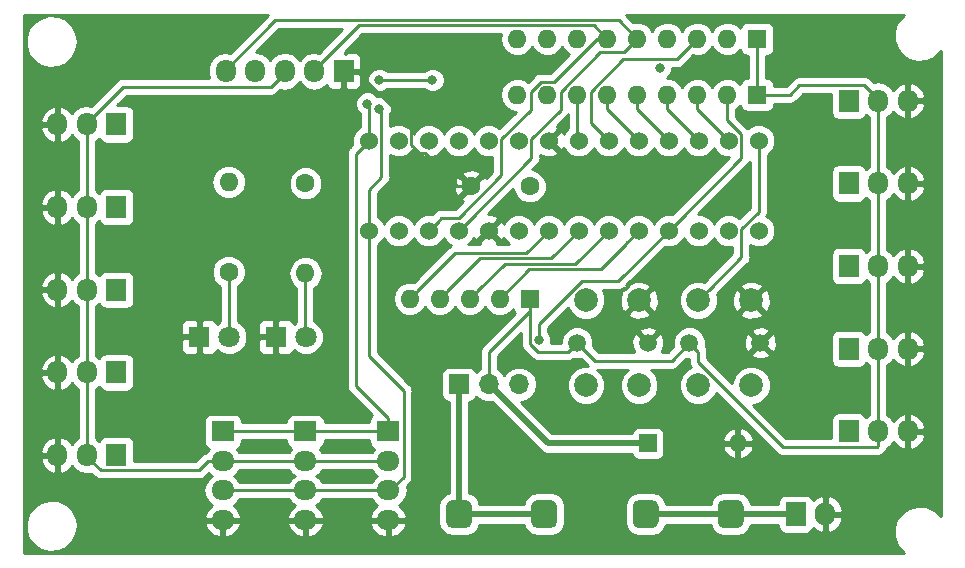
<source format=gtl>
G04 #@! TF.GenerationSoftware,KiCad,Pcbnew,(5.1.8)-1*
G04 #@! TF.CreationDate,2021-05-15T21:03:04+09:00*
G04 #@! TF.ProjectId,TJ3B,544a3342-2e6b-4696-9361-645f70636258,rev?*
G04 #@! TF.SameCoordinates,PX68e7780PY660b0c0*
G04 #@! TF.FileFunction,Copper,L1,Top*
G04 #@! TF.FilePolarity,Positive*
%FSLAX46Y46*%
G04 Gerber Fmt 4.6, Leading zero omitted, Abs format (unit mm)*
G04 Created by KiCad (PCBNEW (5.1.8)-1) date 2021-05-15 21:03:04*
%MOMM*%
%LPD*%
G01*
G04 APERTURE LIST*
G04 #@! TA.AperFunction,ComponentPad*
%ADD10C,1.600000*%
G04 #@! TD*
G04 #@! TA.AperFunction,ComponentPad*
%ADD11R,1.800000X1.800000*%
G04 #@! TD*
G04 #@! TA.AperFunction,ComponentPad*
%ADD12C,1.800000*%
G04 #@! TD*
G04 #@! TA.AperFunction,ComponentPad*
%ADD13R,1.500000X1.500000*%
G04 #@! TD*
G04 #@! TA.AperFunction,ComponentPad*
%ADD14O,1.500000X1.500000*%
G04 #@! TD*
G04 #@! TA.AperFunction,ComponentPad*
%ADD15O,1.950000X1.700000*%
G04 #@! TD*
G04 #@! TA.AperFunction,ComponentPad*
%ADD16R,1.950000X1.700000*%
G04 #@! TD*
G04 #@! TA.AperFunction,ComponentPad*
%ADD17R,1.700000X2.000000*%
G04 #@! TD*
G04 #@! TA.AperFunction,ComponentPad*
%ADD18O,1.700000X2.000000*%
G04 #@! TD*
G04 #@! TA.AperFunction,ComponentPad*
%ADD19R,1.700000X1.950000*%
G04 #@! TD*
G04 #@! TA.AperFunction,ComponentPad*
%ADD20O,1.700000X1.950000*%
G04 #@! TD*
G04 #@! TA.AperFunction,ComponentPad*
%ADD21O,1.600000X1.600000*%
G04 #@! TD*
G04 #@! TA.AperFunction,ComponentPad*
%ADD22R,1.600000X1.600000*%
G04 #@! TD*
G04 #@! TA.AperFunction,ComponentPad*
%ADD23R,1.700000X1.700000*%
G04 #@! TD*
G04 #@! TA.AperFunction,ComponentPad*
%ADD24O,1.700000X1.700000*%
G04 #@! TD*
G04 #@! TA.AperFunction,ComponentPad*
%ADD25C,1.524000*%
G04 #@! TD*
G04 #@! TA.AperFunction,ComponentPad*
%ADD26C,1.500000*%
G04 #@! TD*
G04 #@! TA.AperFunction,ComponentPad*
%ADD27C,2.000000*%
G04 #@! TD*
G04 #@! TA.AperFunction,ViaPad*
%ADD28C,0.800000*%
G04 #@! TD*
G04 #@! TA.AperFunction,Conductor*
%ADD29C,0.250000*%
G04 #@! TD*
G04 #@! TA.AperFunction,Conductor*
%ADD30C,0.500000*%
G04 #@! TD*
G04 #@! TA.AperFunction,Conductor*
%ADD31C,0.254000*%
G04 #@! TD*
G04 #@! TA.AperFunction,Conductor*
%ADD32C,0.100000*%
G04 #@! TD*
G04 APERTURE END LIST*
D10*
X38500000Y31750000D03*
X43500000Y31750000D03*
D11*
X15500000Y19000000D03*
D12*
X18040000Y19000000D03*
X24540000Y19000000D03*
D11*
X22000000Y19000000D03*
D13*
X53500000Y10000000D03*
D14*
X61120000Y10000000D03*
G04 #@! TA.AperFunction,ComponentPad*
G36*
G01*
X36400000Y3350000D02*
X36400000Y4650000D01*
G75*
G02*
X36950000Y5200000I550000J0D01*
G01*
X38050000Y5200000D01*
G75*
G02*
X38600000Y4650000I0J-550000D01*
G01*
X38600000Y3350000D01*
G75*
G02*
X38050000Y2800000I-550000J0D01*
G01*
X36950000Y2800000D01*
G75*
G02*
X36400000Y3350000I0J550000D01*
G01*
G37*
G04 #@! TD.AperFunction*
G04 #@! TA.AperFunction,ComponentPad*
G36*
G01*
X43600000Y3350000D02*
X43600000Y4650000D01*
G75*
G02*
X44150000Y5200000I550000J0D01*
G01*
X45250000Y5200000D01*
G75*
G02*
X45800000Y4650000I0J-550000D01*
G01*
X45800000Y3350000D01*
G75*
G02*
X45250000Y2800000I-550000J0D01*
G01*
X44150000Y2800000D01*
G75*
G02*
X43600000Y3350000I0J550000D01*
G01*
G37*
G04 #@! TD.AperFunction*
G04 #@! TA.AperFunction,ComponentPad*
G36*
G01*
X59400000Y3350000D02*
X59400000Y4650000D01*
G75*
G02*
X59950000Y5200000I550000J0D01*
G01*
X61050000Y5200000D01*
G75*
G02*
X61600000Y4650000I0J-550000D01*
G01*
X61600000Y3350000D01*
G75*
G02*
X61050000Y2800000I-550000J0D01*
G01*
X59950000Y2800000D01*
G75*
G02*
X59400000Y3350000I0J550000D01*
G01*
G37*
G04 #@! TD.AperFunction*
G04 #@! TA.AperFunction,ComponentPad*
G36*
G01*
X52200000Y3350000D02*
X52200000Y4650000D01*
G75*
G02*
X52750000Y5200000I550000J0D01*
G01*
X53850000Y5200000D01*
G75*
G02*
X54400000Y4650000I0J-550000D01*
G01*
X54400000Y3350000D01*
G75*
G02*
X53850000Y2800000I-550000J0D01*
G01*
X52750000Y2800000D01*
G75*
G02*
X52200000Y3350000I0J550000D01*
G01*
G37*
G04 #@! TD.AperFunction*
D15*
X31500000Y3500000D03*
X31500000Y6000000D03*
X31500000Y8500000D03*
D16*
X31500000Y11000000D03*
X24500000Y11000000D03*
D15*
X24500000Y8500000D03*
X24500000Y6000000D03*
X24500000Y3500000D03*
D16*
X17500000Y11000000D03*
D15*
X17500000Y8500000D03*
X17500000Y6000000D03*
X17500000Y3500000D03*
D17*
X66000000Y4000000D03*
D18*
X68500000Y4000000D03*
D19*
X27750000Y41500000D03*
D20*
X25250000Y41500000D03*
X22750000Y41500000D03*
X20250000Y41500000D03*
X17750000Y41500000D03*
D10*
X18000000Y24500000D03*
D21*
X18000000Y32120000D03*
X24500000Y24380000D03*
D10*
X24500000Y32000000D03*
D22*
X62750000Y39500000D03*
D21*
X60210000Y39500000D03*
X57670000Y39500000D03*
X55130000Y39500000D03*
X52590000Y39500000D03*
X50050000Y39500000D03*
X47510000Y39500000D03*
X44970000Y39500000D03*
X42430000Y39500000D03*
X42430000Y44250000D03*
X44970000Y44250000D03*
X47510000Y44250000D03*
X50050000Y44250000D03*
X52590000Y44250000D03*
X55130000Y44250000D03*
X57670000Y44250000D03*
X60210000Y44250000D03*
D22*
X62750000Y44250000D03*
D21*
X33340000Y22250000D03*
X35880000Y22250000D03*
X38420000Y22250000D03*
X40960000Y22250000D03*
D22*
X43500000Y22250000D03*
D23*
X37500000Y15000000D03*
D24*
X40040000Y15000000D03*
X42580000Y15000000D03*
D25*
X47620000Y35620000D03*
X47620000Y28000000D03*
X50160000Y28000000D03*
X52700000Y28000000D03*
X55240000Y28000000D03*
X57780000Y28000000D03*
X60320000Y28000000D03*
X60320000Y35620000D03*
X57780000Y35620000D03*
X55240000Y35620000D03*
X52700000Y35620000D03*
X50160000Y35620000D03*
X45080000Y28000000D03*
X42540000Y28000000D03*
X40000000Y28000000D03*
X37460000Y28000000D03*
X34920000Y28000000D03*
X32380000Y28000000D03*
X32380000Y35620000D03*
X34920000Y35620000D03*
X37460000Y35620000D03*
X40000000Y35620000D03*
X42540000Y35620000D03*
X45080000Y35620000D03*
X62860000Y28000000D03*
X62860000Y35620000D03*
X29840000Y28000000D03*
X29840000Y35620000D03*
D26*
X53500000Y18500000D03*
X47500000Y18500000D03*
D27*
X48250000Y22100000D03*
X52750000Y22100000D03*
X48250000Y14900000D03*
X52750000Y14900000D03*
X62250000Y14900000D03*
X57750000Y14900000D03*
X62250000Y22100000D03*
X57750000Y22100000D03*
D26*
X57000000Y18500000D03*
X63000000Y18500000D03*
D20*
X3500000Y37000000D03*
X6000000Y37000000D03*
D19*
X8500000Y37000000D03*
X8500000Y30000000D03*
D20*
X6000000Y30000000D03*
X3500000Y30000000D03*
X3500000Y23000000D03*
X6000000Y23000000D03*
D19*
X8500000Y23000000D03*
X8500000Y16000000D03*
D20*
X6000000Y16000000D03*
X3500000Y16000000D03*
X3500000Y9000000D03*
X6000000Y9000000D03*
D19*
X8500000Y9000000D03*
D20*
X75500000Y39000000D03*
X73000000Y39000000D03*
D19*
X70500000Y39000000D03*
X70500000Y32000000D03*
D20*
X73000000Y32000000D03*
X75500000Y32000000D03*
X75500000Y25000000D03*
X73000000Y25000000D03*
D19*
X70500000Y25000000D03*
X70500000Y18000000D03*
D20*
X73000000Y18000000D03*
X75500000Y18000000D03*
D19*
X70500000Y11000000D03*
D20*
X73000000Y11000000D03*
X75500000Y11000000D03*
D28*
X54500000Y41750000D03*
X37000000Y43500000D03*
X40000000Y43500000D03*
X39750000Y39000000D03*
X34750000Y38750000D03*
X61000000Y41750000D03*
X22750000Y44250000D03*
X25000000Y44250000D03*
X61250000Y30500000D03*
X59500000Y30500000D03*
X28000000Y9750000D03*
X28000000Y7000000D03*
X20750000Y7000000D03*
X20750000Y9750000D03*
X6500000Y45500000D03*
X10500000Y45500000D03*
X15500000Y45500000D03*
X1250000Y39250000D03*
X1250000Y33000000D03*
X1250000Y25750000D03*
X1250000Y19250000D03*
X1250000Y11500000D03*
X9250000Y1250000D03*
X14750000Y1250000D03*
X20500000Y1250000D03*
X28250000Y1250000D03*
X36750000Y1250000D03*
X45000000Y1250000D03*
X53500000Y1250000D03*
X61000000Y1250000D03*
X67250000Y1250000D03*
X72000000Y1250000D03*
X77750000Y6500000D03*
X77750000Y12000000D03*
X77750000Y17250000D03*
X77750000Y22500000D03*
X77750000Y28750000D03*
X77750000Y35750000D03*
X77750000Y40250000D03*
X65500000Y45500000D03*
X69250000Y45500000D03*
X72250000Y45500000D03*
X13500000Y27750000D03*
X21500000Y27750000D03*
X13500000Y22250000D03*
X17500000Y35500000D03*
X66750000Y26250000D03*
X48750000Y6500000D03*
X57500000Y10250000D03*
X66750000Y13500000D03*
X67500000Y37500000D03*
X69250000Y42000000D03*
X50750000Y31500000D03*
X34250000Y31750000D03*
X29750000Y38750000D03*
X30750000Y38332021D03*
X35250000Y40750000D03*
X30737347Y40762653D03*
X44250000Y18750000D03*
D29*
X28850000Y41500000D02*
X27750000Y41500000D01*
X33467001Y36882999D02*
X28850000Y41500000D01*
X34217001Y34532999D02*
X33467001Y35282999D01*
X34585631Y34532999D02*
X34217001Y34532999D01*
X37368630Y31750000D02*
X34585631Y34532999D01*
X33467001Y35282999D02*
X33467001Y36882999D01*
X38500000Y31750000D02*
X37368630Y31750000D01*
X6000000Y9000000D02*
X6000000Y16000000D01*
X6000000Y16000000D02*
X6000000Y23000000D01*
X6000000Y23000000D02*
X6000000Y30000000D01*
X6000000Y31225000D02*
X6000000Y37000000D01*
X6000000Y30000000D02*
X6000000Y31225000D01*
X73000000Y16775000D02*
X73000000Y11000000D01*
X73000000Y18000000D02*
X73000000Y16775000D01*
X73000000Y18000000D02*
X73000000Y25000000D01*
X73000000Y25000000D02*
X73000000Y32000000D01*
X73000000Y33225000D02*
X73000000Y39000000D01*
X73000000Y32000000D02*
X73000000Y33225000D01*
X16275000Y8500000D02*
X17500000Y8500000D01*
X15474999Y7699999D02*
X16275000Y8500000D01*
X7175001Y7699999D02*
X15474999Y7699999D01*
X6000000Y8875000D02*
X7175001Y7699999D01*
X6000000Y9000000D02*
X6000000Y8875000D01*
X17500000Y8500000D02*
X24500000Y8500000D01*
X31500000Y8500000D02*
X24500000Y8500000D01*
X62750000Y39500000D02*
X62750000Y44250000D01*
D30*
X45040000Y10000000D02*
X40040000Y15000000D01*
X53500000Y10000000D02*
X45040000Y10000000D01*
D29*
X40040000Y17740000D02*
X40040000Y15000000D01*
X43500000Y22250000D02*
X43500000Y21200000D01*
X43500000Y21200000D02*
X40040000Y17740000D01*
X46750001Y17750001D02*
X47500000Y18500000D01*
X44176997Y17750001D02*
X46750001Y17750001D01*
X43500000Y18426998D02*
X44176997Y17750001D01*
X43500000Y22250000D02*
X43500000Y18426998D01*
X49000000Y17000000D02*
X55500000Y17000000D01*
X47500000Y18500000D02*
X49000000Y17000000D01*
X22750000Y41375000D02*
X22750000Y41500000D01*
X21574990Y40199990D02*
X22750000Y41375000D01*
X9074990Y40199990D02*
X21574990Y40199990D01*
X6000000Y37125000D02*
X9074990Y40199990D01*
X6000000Y37000000D02*
X6000000Y37125000D01*
X62750000Y39500000D02*
X65500000Y39500000D01*
X73000000Y39125000D02*
X73000000Y39000000D01*
X71824999Y40300001D02*
X73000000Y39125000D01*
X66300001Y40300001D02*
X71824999Y40300001D01*
X65500000Y39500000D02*
X66300001Y40300001D01*
X55500000Y17000000D02*
X57000000Y18500000D01*
X57749999Y17750001D02*
X57000000Y18500000D01*
X57749999Y16861003D02*
X57749999Y17750001D01*
X64911003Y9699999D02*
X57749999Y16861003D01*
X72924999Y9699999D02*
X64911003Y9699999D01*
X73000000Y9775000D02*
X72924999Y9699999D01*
X73000000Y11000000D02*
X73000000Y9775000D01*
X18000000Y19040000D02*
X18040000Y19000000D01*
X18000000Y24500000D02*
X18000000Y19040000D01*
X24500000Y19040000D02*
X24540000Y19000000D01*
X24500000Y24380000D02*
X24500000Y19040000D01*
D30*
X44700000Y4000000D02*
X37500000Y4000000D01*
X37500000Y5300000D02*
X37500000Y15000000D01*
D29*
X37500000Y4000000D02*
X37500000Y5300000D01*
D30*
X66000000Y4000000D02*
X60500000Y4000000D01*
X60500000Y4000000D02*
X53300000Y4000000D01*
D29*
X18725000Y11000000D02*
X24500000Y11000000D01*
X17500000Y11000000D02*
X18725000Y11000000D01*
X30275000Y11000000D02*
X24500000Y11000000D01*
X31500000Y11000000D02*
X30275000Y11000000D01*
X29840000Y38090000D02*
X29840000Y35620000D01*
X31500000Y12100000D02*
X28750000Y14850000D01*
X31500000Y11000000D02*
X31500000Y12100000D01*
X28750000Y34530000D02*
X29840000Y35620000D01*
X28750000Y14850000D02*
X28750000Y34530000D01*
X29840000Y38090000D02*
X29840000Y38660000D01*
X29840000Y38660000D02*
X29750000Y38750000D01*
X18725000Y6000000D02*
X24500000Y6000000D01*
X17500000Y6000000D02*
X18725000Y6000000D01*
X31500000Y6000000D02*
X24500000Y6000000D01*
X29840000Y28000000D02*
X29840000Y17410000D01*
X31625000Y6000000D02*
X31500000Y6000000D01*
X32800010Y7175010D02*
X31625000Y6000000D01*
X32800010Y14449990D02*
X32800010Y7175010D01*
X29840000Y17410000D02*
X32800010Y14449990D01*
X30927001Y38155020D02*
X30750000Y38332021D01*
X30927001Y32558239D02*
X30927001Y38155020D01*
X29840000Y28000000D02*
X29840000Y31471238D01*
X29840000Y31471238D02*
X30927001Y32558239D01*
X57670000Y38270000D02*
X60320000Y35620000D01*
X57670000Y39500000D02*
X57670000Y38270000D01*
X35250000Y40750000D02*
X30750000Y40750000D01*
X30750000Y40750000D02*
X30737347Y40762653D01*
X52590000Y38270000D02*
X55240000Y35620000D01*
X52590000Y39500000D02*
X52590000Y38270000D01*
X47510000Y39500000D02*
X47510000Y35010000D01*
X51612999Y26912999D02*
X51612999Y26862999D01*
X52700000Y28000000D02*
X51612999Y26912999D01*
X51612999Y26862999D02*
X49500000Y24750000D01*
X43460000Y24750000D02*
X40960000Y22250000D01*
X49500000Y24750000D02*
X43460000Y24750000D01*
X56001999Y28761999D02*
X55240000Y28000000D01*
X61407001Y34167001D02*
X56001999Y28761999D01*
X61407001Y36141761D02*
X61407001Y34167001D01*
X60210000Y37338762D02*
X61407001Y36141761D01*
X60210000Y39500000D02*
X60210000Y37338762D01*
X44250000Y20061002D02*
X47938998Y23750000D01*
X44250000Y18750000D02*
X44250000Y20061002D01*
X50990000Y23750000D02*
X55240000Y28000000D01*
X47938998Y23750000D02*
X50990000Y23750000D01*
X35681999Y28761999D02*
X34920000Y28000000D01*
X37502003Y29087001D02*
X36007001Y29087001D01*
X41087001Y35775763D02*
X41087001Y32671999D01*
X43555001Y38243763D02*
X41087001Y35775763D01*
X43555001Y39750003D02*
X43555001Y38243763D01*
X36007001Y29087001D02*
X35681999Y28761999D01*
X44429999Y40625001D02*
X43555001Y39750003D01*
X41087001Y32671999D02*
X37502003Y29087001D01*
X45550003Y40625001D02*
X44429999Y40625001D01*
X49175002Y44250000D02*
X45550003Y40625001D01*
X50050000Y44250000D02*
X49175002Y44250000D01*
X25250000Y41625000D02*
X25250000Y41500000D01*
X29000001Y45375001D02*
X25250000Y41625000D01*
X48924999Y45375001D02*
X29000001Y45375001D01*
X50050000Y44250000D02*
X48924999Y45375001D01*
X38221999Y28761999D02*
X37460000Y28000000D01*
X43627001Y34167001D02*
X38221999Y28761999D01*
X43627001Y35775763D02*
X43627001Y34167001D01*
X46095001Y38243763D02*
X43627001Y35775763D01*
X46095001Y39750003D02*
X46095001Y38243763D01*
X49469997Y43124999D02*
X46095001Y39750003D01*
X51464999Y43124999D02*
X49469997Y43124999D01*
X52590000Y44250000D02*
X51464999Y43124999D01*
X17750000Y41625000D02*
X17750000Y41500000D01*
X21950011Y45825011D02*
X17750000Y41625000D01*
X51014989Y45825011D02*
X21950011Y45825011D01*
X52590000Y44250000D02*
X51014989Y45825011D01*
X55130000Y38270000D02*
X57780000Y35620000D01*
X55130000Y39500000D02*
X55130000Y38270000D01*
X50050000Y38270000D02*
X50050000Y39500000D01*
X52700000Y35620000D02*
X50050000Y38270000D01*
X39219999Y23049999D02*
X38420000Y22250000D01*
X41370010Y25200010D02*
X39219999Y23049999D01*
X47360010Y25200010D02*
X41370010Y25200010D01*
X50160000Y28000000D02*
X47360010Y25200010D01*
X36679999Y23049999D02*
X35880000Y22250000D01*
X39280020Y25650020D02*
X36679999Y23049999D01*
X45270020Y25650020D02*
X39280020Y25650020D01*
X47620000Y28000000D02*
X45270020Y25650020D01*
X34139999Y23049999D02*
X33340000Y22250000D01*
X37190030Y26100030D02*
X34139999Y23049999D01*
X43180030Y26100030D02*
X37190030Y26100030D01*
X45080000Y28000000D02*
X43180030Y26100030D01*
X58749999Y23099999D02*
X57750000Y22100000D01*
X61407001Y25757001D02*
X58749999Y23099999D01*
X61407001Y28155763D02*
X61407001Y25757001D01*
X62860000Y29608762D02*
X61407001Y28155763D01*
X62860000Y35620000D02*
X62860000Y29608762D01*
X48635001Y39750003D02*
X51384998Y42500000D01*
X50160000Y35620000D02*
X48635001Y37144999D01*
X48635001Y37144999D02*
X48635001Y39750003D01*
X55920000Y42500000D02*
X57670000Y44250000D01*
X51384998Y42500000D02*
X55920000Y42500000D01*
D31*
X18116408Y43066209D02*
X17750000Y43139092D01*
X17170583Y43023839D01*
X16679375Y42695625D01*
X16351161Y42204418D01*
X16265000Y41771256D01*
X16265000Y41228745D01*
X16318459Y40959990D01*
X9149838Y40959990D01*
X9074990Y40974878D01*
X9000142Y40959990D01*
X9000138Y40959990D01*
X8778453Y40915894D01*
X8527061Y40747919D01*
X8484661Y40684463D01*
X6366408Y38566209D01*
X6000000Y38639092D01*
X5420583Y38523839D01*
X4929375Y38195625D01*
X4746754Y37922313D01*
X4371193Y38327497D01*
X3856890Y38566476D01*
X3627000Y38445155D01*
X3627000Y37127000D01*
X3647000Y37127000D01*
X3647000Y36873000D01*
X3627000Y36873000D01*
X3627000Y35554845D01*
X3856890Y35433524D01*
X4371193Y35672503D01*
X4746754Y36077687D01*
X4929375Y35804375D01*
X5240001Y35596822D01*
X5240000Y31403178D01*
X4929375Y31195625D01*
X4746754Y30922313D01*
X4371193Y31327497D01*
X3856890Y31566476D01*
X3627000Y31445155D01*
X3627000Y30127000D01*
X3647000Y30127000D01*
X3647000Y29873000D01*
X3627000Y29873000D01*
X3627000Y28554845D01*
X3856890Y28433524D01*
X4371193Y28672503D01*
X4746754Y29077687D01*
X4929375Y28804375D01*
X5240001Y28596821D01*
X5240000Y24403178D01*
X4929375Y24195625D01*
X4746754Y23922313D01*
X4371193Y24327497D01*
X3856890Y24566476D01*
X3627000Y24445155D01*
X3627000Y23127000D01*
X3647000Y23127000D01*
X3647000Y22873000D01*
X3627000Y22873000D01*
X3627000Y21554845D01*
X3856890Y21433524D01*
X4371193Y21672503D01*
X4746754Y22077687D01*
X4929375Y21804375D01*
X5240001Y21596821D01*
X5240000Y17403178D01*
X4929375Y17195625D01*
X4746754Y16922313D01*
X4371193Y17327497D01*
X3856890Y17566476D01*
X3627000Y17445155D01*
X3627000Y16127000D01*
X3647000Y16127000D01*
X3647000Y15873000D01*
X3627000Y15873000D01*
X3627000Y14554845D01*
X3856890Y14433524D01*
X4371193Y14672503D01*
X4746754Y15077687D01*
X4929375Y14804375D01*
X5240001Y14596821D01*
X5240000Y10403178D01*
X4929375Y10195625D01*
X4746754Y9922313D01*
X4371193Y10327497D01*
X3856890Y10566476D01*
X3627000Y10445155D01*
X3627000Y9127000D01*
X3647000Y9127000D01*
X3647000Y8873000D01*
X3627000Y8873000D01*
X3627000Y7554845D01*
X3856890Y7433524D01*
X4371193Y7672503D01*
X4746754Y8077687D01*
X4929375Y7804375D01*
X5420582Y7476161D01*
X6000000Y7360908D01*
X6366407Y7433791D01*
X6584674Y7215523D01*
X6627072Y7152070D01*
X6690525Y7109672D01*
X6690527Y7109670D01*
X6815903Y7025897D01*
X6878464Y6984095D01*
X7100149Y6939999D01*
X7100153Y6939999D01*
X7175000Y6925111D01*
X7249847Y6939999D01*
X15400152Y6939999D01*
X15474999Y6925111D01*
X15549846Y6939999D01*
X15549851Y6939999D01*
X15771536Y6984095D01*
X16022928Y7152070D01*
X16065330Y7215529D01*
X16294282Y7444480D01*
X16304375Y7429375D01*
X16572829Y7250000D01*
X16304375Y7070625D01*
X15976161Y6579418D01*
X15860908Y6000000D01*
X15976161Y5420582D01*
X16304375Y4929375D01*
X16577687Y4746754D01*
X16172503Y4371193D01*
X15933524Y3856890D01*
X16054845Y3627000D01*
X17373000Y3627000D01*
X17373000Y3647000D01*
X17627000Y3647000D01*
X17627000Y3627000D01*
X18945155Y3627000D01*
X19066476Y3856890D01*
X18827497Y4371193D01*
X18422313Y4746754D01*
X18695625Y4929375D01*
X18903178Y5240000D01*
X23096822Y5240000D01*
X23304375Y4929375D01*
X23577687Y4746754D01*
X23172503Y4371193D01*
X22933524Y3856890D01*
X23054845Y3627000D01*
X24373000Y3627000D01*
X24373000Y3647000D01*
X24627000Y3647000D01*
X24627000Y3627000D01*
X25945155Y3627000D01*
X26066476Y3856890D01*
X25827497Y4371193D01*
X25422313Y4746754D01*
X25695625Y4929375D01*
X25903178Y5240000D01*
X30096822Y5240000D01*
X30304375Y4929375D01*
X30577687Y4746754D01*
X30172503Y4371193D01*
X29933524Y3856890D01*
X30054845Y3627000D01*
X31373000Y3627000D01*
X31373000Y3647000D01*
X31627000Y3647000D01*
X31627000Y3627000D01*
X32945155Y3627000D01*
X33066476Y3856890D01*
X32827497Y4371193D01*
X32422313Y4746754D01*
X32695625Y4929375D01*
X33023839Y5420582D01*
X33139092Y6000000D01*
X33066209Y6366408D01*
X33284483Y6584681D01*
X33347939Y6627081D01*
X33515914Y6878473D01*
X33560010Y7100158D01*
X33560010Y7100162D01*
X33574898Y7175009D01*
X33560010Y7249856D01*
X33560010Y14375144D01*
X33574898Y14449991D01*
X33560010Y14524838D01*
X33560010Y14524842D01*
X33515914Y14746527D01*
X33347939Y14997919D01*
X33284483Y15040319D01*
X30600000Y17724801D01*
X30600000Y26802700D01*
X30631337Y26815680D01*
X31024320Y27208663D01*
X31110000Y27415513D01*
X31195680Y27208663D01*
X31588663Y26815680D01*
X32102119Y26603000D01*
X32657881Y26603000D01*
X33171337Y26815680D01*
X33564320Y27208663D01*
X33650000Y27415513D01*
X33735680Y27208663D01*
X34128663Y26815680D01*
X34642119Y26603000D01*
X35197881Y26603000D01*
X35711337Y26815680D01*
X36104320Y27208663D01*
X36190000Y27415513D01*
X36275680Y27208663D01*
X36668663Y26815680D01*
X36807220Y26758288D01*
X36642101Y26647959D01*
X36599701Y26584503D01*
X33663887Y23648688D01*
X33481333Y23685000D01*
X33198667Y23685000D01*
X32780091Y23601740D01*
X32305423Y23284577D01*
X31988260Y22809909D01*
X31876887Y22250000D01*
X31988260Y21690091D01*
X32305423Y21215423D01*
X32780091Y20898260D01*
X33198667Y20815000D01*
X33481333Y20815000D01*
X33899909Y20898260D01*
X34374577Y21215423D01*
X34610000Y21567758D01*
X34845423Y21215423D01*
X35320091Y20898260D01*
X35738667Y20815000D01*
X36021333Y20815000D01*
X36439909Y20898260D01*
X36914577Y21215423D01*
X37150000Y21567758D01*
X37385423Y21215423D01*
X37860091Y20898260D01*
X38278667Y20815000D01*
X38561333Y20815000D01*
X38979909Y20898260D01*
X39454577Y21215423D01*
X39690000Y21567758D01*
X39925423Y21215423D01*
X40400091Y20898260D01*
X40818667Y20815000D01*
X41101333Y20815000D01*
X41519909Y20898260D01*
X41994577Y21215423D01*
X42075215Y21336106D01*
X42101843Y21202235D01*
X42232257Y21007059D01*
X39555530Y18330331D01*
X39492071Y18287929D01*
X39324096Y18036536D01*
X39280000Y17814851D01*
X39280000Y17814847D01*
X39265112Y17740000D01*
X39280000Y17665153D01*
X39280001Y16278178D01*
X38969375Y16070625D01*
X38957184Y16052381D01*
X38948157Y16097765D01*
X38807809Y16307809D01*
X38597765Y16448157D01*
X38350000Y16497440D01*
X36650000Y16497440D01*
X36402235Y16448157D01*
X36192191Y16307809D01*
X36051843Y16097765D01*
X36002560Y15850000D01*
X36002560Y14150000D01*
X36051843Y13902235D01*
X36192191Y13692191D01*
X36402235Y13551843D01*
X36615001Y13509522D01*
X36615000Y5780804D01*
X36491760Y5756290D01*
X36103282Y5496718D01*
X35843710Y5108240D01*
X35752560Y4650000D01*
X35752560Y3350000D01*
X35843710Y2891760D01*
X36103282Y2503282D01*
X36491760Y2243710D01*
X36950000Y2152560D01*
X38050000Y2152560D01*
X38508240Y2243710D01*
X38896718Y2503282D01*
X39156290Y2891760D01*
X39200695Y3115000D01*
X42999305Y3115000D01*
X43043710Y2891760D01*
X43303282Y2503282D01*
X43691760Y2243710D01*
X44150000Y2152560D01*
X45250000Y2152560D01*
X45708240Y2243710D01*
X46096718Y2503282D01*
X46356290Y2891760D01*
X46447440Y3350000D01*
X46447440Y4650000D01*
X51552560Y4650000D01*
X51552560Y3350000D01*
X51643710Y2891760D01*
X51903282Y2503282D01*
X52291760Y2243710D01*
X52750000Y2152560D01*
X53850000Y2152560D01*
X54308240Y2243710D01*
X54696718Y2503282D01*
X54956290Y2891760D01*
X55000695Y3115000D01*
X58799305Y3115000D01*
X58843710Y2891760D01*
X59103282Y2503282D01*
X59491760Y2243710D01*
X59950000Y2152560D01*
X61050000Y2152560D01*
X61508240Y2243710D01*
X61896718Y2503282D01*
X62156290Y2891760D01*
X62200695Y3115000D01*
X64502560Y3115000D01*
X64502560Y3000000D01*
X64551843Y2752235D01*
X64692191Y2542191D01*
X64902235Y2401843D01*
X65150000Y2352560D01*
X66850000Y2352560D01*
X67097765Y2401843D01*
X67307809Y2542191D01*
X67448157Y2752235D01*
X67462388Y2823782D01*
X67607955Y2661336D01*
X68130740Y2410447D01*
X68143110Y2408524D01*
X68373000Y2529845D01*
X68373000Y3873000D01*
X68627000Y3873000D01*
X68627000Y2529845D01*
X68856890Y2408524D01*
X68869260Y2410447D01*
X69392045Y2661336D01*
X69779024Y3093188D01*
X69971284Y3640258D01*
X69827231Y3873000D01*
X68627000Y3873000D01*
X68373000Y3873000D01*
X68353000Y3873000D01*
X68353000Y4127000D01*
X68373000Y4127000D01*
X68373000Y5470155D01*
X68627000Y5470155D01*
X68627000Y4127000D01*
X69827231Y4127000D01*
X69971284Y4359742D01*
X69779024Y4906812D01*
X69392045Y5338664D01*
X68869260Y5589553D01*
X68856890Y5591476D01*
X68627000Y5470155D01*
X68373000Y5470155D01*
X68143110Y5591476D01*
X68130740Y5589553D01*
X67607955Y5338664D01*
X67462388Y5176218D01*
X67448157Y5247765D01*
X67307809Y5457809D01*
X67097765Y5598157D01*
X66850000Y5647440D01*
X65150000Y5647440D01*
X64902235Y5598157D01*
X64692191Y5457809D01*
X64551843Y5247765D01*
X64502560Y5000000D01*
X64502560Y4885000D01*
X62200695Y4885000D01*
X62156290Y5108240D01*
X61896718Y5496718D01*
X61508240Y5756290D01*
X61050000Y5847440D01*
X59950000Y5847440D01*
X59491760Y5756290D01*
X59103282Y5496718D01*
X58843710Y5108240D01*
X58799305Y4885000D01*
X55000695Y4885000D01*
X54956290Y5108240D01*
X54696718Y5496718D01*
X54308240Y5756290D01*
X53850000Y5847440D01*
X52750000Y5847440D01*
X52291760Y5756290D01*
X51903282Y5496718D01*
X51643710Y5108240D01*
X51552560Y4650000D01*
X46447440Y4650000D01*
X46356290Y5108240D01*
X46096718Y5496718D01*
X45708240Y5756290D01*
X45250000Y5847440D01*
X44150000Y5847440D01*
X43691760Y5756290D01*
X43303282Y5496718D01*
X43043710Y5108240D01*
X42999305Y4885000D01*
X39200695Y4885000D01*
X39156290Y5108240D01*
X38896718Y5496718D01*
X38508240Y5756290D01*
X38385000Y5780804D01*
X38385000Y13509522D01*
X38597765Y13551843D01*
X38807809Y13692191D01*
X38948157Y13902235D01*
X38957184Y13947619D01*
X38969375Y13929375D01*
X39460582Y13601161D01*
X39893744Y13515000D01*
X40186256Y13515000D01*
X40258960Y13529462D01*
X44352577Y9435844D01*
X44401951Y9361951D01*
X44475844Y9312577D01*
X44475845Y9312576D01*
X44620526Y9215903D01*
X44694690Y9166348D01*
X44952835Y9115000D01*
X44952839Y9115000D01*
X45040000Y9097663D01*
X45127161Y9115000D01*
X52129413Y9115000D01*
X52151843Y9002235D01*
X52292191Y8792191D01*
X52502235Y8651843D01*
X52750000Y8602560D01*
X54250000Y8602560D01*
X54497765Y8651843D01*
X54707809Y8792191D01*
X54848157Y9002235D01*
X54897440Y9250000D01*
X54897440Y9658815D01*
X59777682Y9658815D01*
X59929575Y9292086D01*
X60291098Y8890417D01*
X60778813Y8657672D01*
X60993000Y8779575D01*
X60993000Y9873000D01*
X61247000Y9873000D01*
X61247000Y8779575D01*
X61461187Y8657672D01*
X61948902Y8890417D01*
X62310425Y9292086D01*
X62462318Y9658815D01*
X62339656Y9873000D01*
X61247000Y9873000D01*
X60993000Y9873000D01*
X59900344Y9873000D01*
X59777682Y9658815D01*
X54897440Y9658815D01*
X54897440Y10341185D01*
X59777682Y10341185D01*
X59900344Y10127000D01*
X60993000Y10127000D01*
X60993000Y11220425D01*
X61247000Y11220425D01*
X61247000Y10127000D01*
X62339656Y10127000D01*
X62462318Y10341185D01*
X62310425Y10707914D01*
X61948902Y11109583D01*
X61461187Y11342328D01*
X61247000Y11220425D01*
X60993000Y11220425D01*
X60778813Y11342328D01*
X60291098Y11109583D01*
X59929575Y10707914D01*
X59777682Y10341185D01*
X54897440Y10341185D01*
X54897440Y10750000D01*
X54848157Y10997765D01*
X54707809Y11207809D01*
X54497765Y11348157D01*
X54250000Y11397440D01*
X52750000Y11397440D01*
X52502235Y11348157D01*
X52292191Y11207809D01*
X52151843Y10997765D01*
X52129413Y10885000D01*
X45406579Y10885000D01*
X42768229Y13523349D01*
X43159418Y13601161D01*
X43650625Y13929375D01*
X43978839Y14420582D01*
X44094092Y15000000D01*
X43978839Y15579418D01*
X43650625Y16070625D01*
X43159418Y16398839D01*
X42726256Y16485000D01*
X42433744Y16485000D01*
X42000582Y16398839D01*
X41509375Y16070625D01*
X41310000Y15772239D01*
X41110625Y16070625D01*
X40800000Y16278178D01*
X40800000Y17425199D01*
X42740001Y19365199D01*
X42740001Y18501850D01*
X42725112Y18426998D01*
X42784097Y18130461D01*
X42887899Y17975111D01*
X42952072Y17879069D01*
X43015527Y17836670D01*
X43586669Y17265526D01*
X43629068Y17202072D01*
X43692521Y17159674D01*
X43692523Y17159672D01*
X43777640Y17102799D01*
X43880460Y17034097D01*
X44102145Y16990001D01*
X44102149Y16990001D01*
X44176996Y16975113D01*
X44251843Y16990001D01*
X46675154Y16990001D01*
X46750001Y16975113D01*
X46824848Y16990001D01*
X46824853Y16990001D01*
X47046538Y17034097D01*
X47189388Y17129546D01*
X47224506Y17115000D01*
X47775494Y17115000D01*
X47800033Y17125165D01*
X48390197Y16535000D01*
X47924778Y16535000D01*
X47323847Y16286086D01*
X46863914Y15826153D01*
X46615000Y15225222D01*
X46615000Y14574778D01*
X46863914Y13973847D01*
X47323847Y13513914D01*
X47924778Y13265000D01*
X48575222Y13265000D01*
X49176153Y13513914D01*
X49636086Y13973847D01*
X49885000Y14574778D01*
X49885000Y15225222D01*
X49636086Y15826153D01*
X49222239Y16240000D01*
X51777761Y16240000D01*
X51363914Y15826153D01*
X51115000Y15225222D01*
X51115000Y14574778D01*
X51363914Y13973847D01*
X51823847Y13513914D01*
X52424778Y13265000D01*
X53075222Y13265000D01*
X53676153Y13513914D01*
X54136086Y13973847D01*
X54385000Y14574778D01*
X54385000Y15225222D01*
X54136086Y15826153D01*
X53722239Y16240000D01*
X55425153Y16240000D01*
X55500000Y16225112D01*
X55574847Y16240000D01*
X55574852Y16240000D01*
X55796537Y16284096D01*
X56047929Y16452071D01*
X56090331Y16515530D01*
X56699966Y17125165D01*
X56724506Y17115000D01*
X56989999Y17115000D01*
X56989999Y16935851D01*
X56975111Y16861003D01*
X56989999Y16786156D01*
X56989999Y16786152D01*
X57034095Y16564467D01*
X57134205Y16414641D01*
X56823847Y16286086D01*
X56363914Y15826153D01*
X56115000Y15225222D01*
X56115000Y14574778D01*
X56363914Y13973847D01*
X56823847Y13513914D01*
X57424778Y13265000D01*
X58075222Y13265000D01*
X58676153Y13513914D01*
X59136086Y13973847D01*
X59260937Y14275264D01*
X64320674Y9215526D01*
X64363074Y9152070D01*
X64614466Y8984095D01*
X64836151Y8939999D01*
X64836156Y8939999D01*
X64911003Y8925111D01*
X64985850Y8939999D01*
X72850152Y8939999D01*
X72924999Y8925111D01*
X72999846Y8939999D01*
X72999851Y8939999D01*
X73221536Y8984095D01*
X73472928Y9152070D01*
X73502969Y9197030D01*
X73547929Y9227071D01*
X73715904Y9478463D01*
X73736297Y9580984D01*
X74070625Y9804375D01*
X74253246Y10077687D01*
X74628807Y9672503D01*
X75143110Y9433524D01*
X75373000Y9554845D01*
X75373000Y10873000D01*
X75627000Y10873000D01*
X75627000Y9554845D01*
X75856890Y9433524D01*
X76371193Y9672503D01*
X76765053Y10097429D01*
X76966320Y10640733D01*
X76826165Y10873000D01*
X75627000Y10873000D01*
X75373000Y10873000D01*
X75353000Y10873000D01*
X75353000Y11127000D01*
X75373000Y11127000D01*
X75373000Y12445155D01*
X75627000Y12445155D01*
X75627000Y11127000D01*
X76826165Y11127000D01*
X76966320Y11359267D01*
X76765053Y11902571D01*
X76371193Y12327497D01*
X75856890Y12566476D01*
X75627000Y12445155D01*
X75373000Y12445155D01*
X75143110Y12566476D01*
X74628807Y12327497D01*
X74253246Y11922313D01*
X74070625Y12195625D01*
X73760000Y12403178D01*
X73760000Y16596822D01*
X74070625Y16804375D01*
X74253246Y17077687D01*
X74628807Y16672503D01*
X75143110Y16433524D01*
X75373000Y16554845D01*
X75373000Y17873000D01*
X75627000Y17873000D01*
X75627000Y16554845D01*
X75856890Y16433524D01*
X76371193Y16672503D01*
X76765053Y17097429D01*
X76966320Y17640733D01*
X76826165Y17873000D01*
X75627000Y17873000D01*
X75373000Y17873000D01*
X75353000Y17873000D01*
X75353000Y18127000D01*
X75373000Y18127000D01*
X75373000Y19445155D01*
X75627000Y19445155D01*
X75627000Y18127000D01*
X76826165Y18127000D01*
X76966320Y18359267D01*
X76765053Y18902571D01*
X76371193Y19327497D01*
X75856890Y19566476D01*
X75627000Y19445155D01*
X75373000Y19445155D01*
X75143110Y19566476D01*
X74628807Y19327497D01*
X74253246Y18922313D01*
X74070625Y19195625D01*
X73760000Y19403178D01*
X73760000Y23596822D01*
X74070625Y23804375D01*
X74253246Y24077687D01*
X74628807Y23672503D01*
X75143110Y23433524D01*
X75373000Y23554845D01*
X75373000Y24873000D01*
X75627000Y24873000D01*
X75627000Y23554845D01*
X75856890Y23433524D01*
X76371193Y23672503D01*
X76765053Y24097429D01*
X76966320Y24640733D01*
X76826165Y24873000D01*
X75627000Y24873000D01*
X75373000Y24873000D01*
X75353000Y24873000D01*
X75353000Y25127000D01*
X75373000Y25127000D01*
X75373000Y26445155D01*
X75627000Y26445155D01*
X75627000Y25127000D01*
X76826165Y25127000D01*
X76966320Y25359267D01*
X76765053Y25902571D01*
X76371193Y26327497D01*
X75856890Y26566476D01*
X75627000Y26445155D01*
X75373000Y26445155D01*
X75143110Y26566476D01*
X74628807Y26327497D01*
X74253246Y25922313D01*
X74070625Y26195625D01*
X73760000Y26403178D01*
X73760000Y30596822D01*
X74070625Y30804375D01*
X74253246Y31077687D01*
X74628807Y30672503D01*
X75143110Y30433524D01*
X75373000Y30554845D01*
X75373000Y31873000D01*
X75627000Y31873000D01*
X75627000Y30554845D01*
X75856890Y30433524D01*
X76371193Y30672503D01*
X76765053Y31097429D01*
X76966320Y31640733D01*
X76826165Y31873000D01*
X75627000Y31873000D01*
X75373000Y31873000D01*
X75353000Y31873000D01*
X75353000Y32127000D01*
X75373000Y32127000D01*
X75373000Y33445155D01*
X75627000Y33445155D01*
X75627000Y32127000D01*
X76826165Y32127000D01*
X76966320Y32359267D01*
X76765053Y32902571D01*
X76371193Y33327497D01*
X75856890Y33566476D01*
X75627000Y33445155D01*
X75373000Y33445155D01*
X75143110Y33566476D01*
X74628807Y33327497D01*
X74253246Y32922313D01*
X74070625Y33195625D01*
X73760000Y33403178D01*
X73760000Y37596822D01*
X74070625Y37804375D01*
X74253246Y38077687D01*
X74628807Y37672503D01*
X75143110Y37433524D01*
X75373000Y37554845D01*
X75373000Y38873000D01*
X75627000Y38873000D01*
X75627000Y37554845D01*
X75856890Y37433524D01*
X76371193Y37672503D01*
X76765053Y38097429D01*
X76966320Y38640733D01*
X76826165Y38873000D01*
X75627000Y38873000D01*
X75373000Y38873000D01*
X75353000Y38873000D01*
X75353000Y39127000D01*
X75373000Y39127000D01*
X75373000Y40445155D01*
X75627000Y40445155D01*
X75627000Y39127000D01*
X76826165Y39127000D01*
X76966320Y39359267D01*
X76765053Y39902571D01*
X76371193Y40327497D01*
X75856890Y40566476D01*
X75627000Y40445155D01*
X75373000Y40445155D01*
X75143110Y40566476D01*
X74628807Y40327497D01*
X74253246Y39922313D01*
X74070625Y40195625D01*
X73579417Y40523839D01*
X73000000Y40639092D01*
X72633592Y40566209D01*
X72415330Y40784471D01*
X72372928Y40847930D01*
X72121536Y41015905D01*
X71899851Y41060001D01*
X71899846Y41060001D01*
X71824999Y41074889D01*
X71750152Y41060001D01*
X66374847Y41060001D01*
X66300000Y41074889D01*
X66225153Y41060001D01*
X66225149Y41060001D01*
X66003464Y41015905D01*
X65752072Y40847930D01*
X65709672Y40784474D01*
X65185199Y40260000D01*
X64197440Y40260000D01*
X64197440Y40300000D01*
X64148157Y40547765D01*
X64007809Y40757809D01*
X63797765Y40898157D01*
X63550000Y40947440D01*
X63510000Y40947440D01*
X63510000Y42802560D01*
X63550000Y42802560D01*
X63797765Y42851843D01*
X64007809Y42992191D01*
X64148157Y43202235D01*
X64197440Y43450000D01*
X64197440Y45050000D01*
X64148157Y45297765D01*
X64007809Y45507809D01*
X63797765Y45648157D01*
X63550000Y45697440D01*
X61950000Y45697440D01*
X61702235Y45648157D01*
X61492191Y45507809D01*
X61351843Y45297765D01*
X61325215Y45163894D01*
X61244577Y45284577D01*
X60769909Y45601740D01*
X60351333Y45685000D01*
X60068667Y45685000D01*
X59650091Y45601740D01*
X59175423Y45284577D01*
X58940000Y44932242D01*
X58704577Y45284577D01*
X58229909Y45601740D01*
X57811333Y45685000D01*
X57528667Y45685000D01*
X57110091Y45601740D01*
X56635423Y45284577D01*
X56400000Y44932242D01*
X56164577Y45284577D01*
X55689909Y45601740D01*
X55271333Y45685000D01*
X54988667Y45685000D01*
X54570091Y45601740D01*
X54095423Y45284577D01*
X53860000Y44932242D01*
X53624577Y45284577D01*
X53149909Y45601740D01*
X52731333Y45685000D01*
X52448667Y45685000D01*
X52266114Y45648688D01*
X51649801Y46265000D01*
X75182087Y46265000D01*
X74973460Y46125600D01*
X74529203Y45543483D01*
X74297455Y44848849D01*
X74303206Y44116598D01*
X74545836Y43425689D01*
X74999182Y42850623D01*
X75614360Y42453407D01*
X76325036Y42276874D01*
X77054578Y42340060D01*
X77724321Y42636150D01*
X78262046Y43133217D01*
X78290000Y43185025D01*
X78290001Y3805651D01*
X78240360Y3894291D01*
X77694894Y4382851D01*
X77020583Y4668385D01*
X76290138Y4720103D01*
X75582323Y4532429D01*
X74973460Y4125600D01*
X74529203Y3543483D01*
X74297455Y2848849D01*
X74303206Y2116598D01*
X74545836Y1425689D01*
X74999182Y850623D01*
X75216968Y710000D01*
X710000Y710000D01*
X710000Y3348849D01*
X797455Y3348849D01*
X803206Y2616598D01*
X1045836Y1925689D01*
X1499182Y1350623D01*
X2114360Y953407D01*
X2825036Y776874D01*
X3554578Y840060D01*
X4224321Y1136150D01*
X4762046Y1633217D01*
X5109770Y2277664D01*
X5230000Y3000000D01*
X5229725Y3035027D01*
X5209986Y3143110D01*
X15933524Y3143110D01*
X16172503Y2628807D01*
X16597429Y2234947D01*
X17140733Y2033680D01*
X17373000Y2173835D01*
X17373000Y3373000D01*
X17627000Y3373000D01*
X17627000Y2173835D01*
X17859267Y2033680D01*
X18402571Y2234947D01*
X18827497Y2628807D01*
X19066476Y3143110D01*
X22933524Y3143110D01*
X23172503Y2628807D01*
X23597429Y2234947D01*
X24140733Y2033680D01*
X24373000Y2173835D01*
X24373000Y3373000D01*
X24627000Y3373000D01*
X24627000Y2173835D01*
X24859267Y2033680D01*
X25402571Y2234947D01*
X25827497Y2628807D01*
X26066476Y3143110D01*
X29933524Y3143110D01*
X30172503Y2628807D01*
X30597429Y2234947D01*
X31140733Y2033680D01*
X31373000Y2173835D01*
X31373000Y3373000D01*
X31627000Y3373000D01*
X31627000Y2173835D01*
X31859267Y2033680D01*
X32402571Y2234947D01*
X32827497Y2628807D01*
X33066476Y3143110D01*
X32945155Y3373000D01*
X31627000Y3373000D01*
X31373000Y3373000D01*
X30054845Y3373000D01*
X29933524Y3143110D01*
X26066476Y3143110D01*
X25945155Y3373000D01*
X24627000Y3373000D01*
X24373000Y3373000D01*
X23054845Y3373000D01*
X22933524Y3143110D01*
X19066476Y3143110D01*
X18945155Y3373000D01*
X17627000Y3373000D01*
X17373000Y3373000D01*
X16054845Y3373000D01*
X15933524Y3143110D01*
X5209986Y3143110D01*
X5098164Y3755386D01*
X4740360Y4394291D01*
X4194894Y4882851D01*
X3520583Y5168385D01*
X2790138Y5220103D01*
X2082323Y5032429D01*
X1473460Y4625600D01*
X1029203Y4043483D01*
X797455Y3348849D01*
X710000Y3348849D01*
X710000Y8640733D01*
X2033680Y8640733D01*
X2234947Y8097429D01*
X2628807Y7672503D01*
X3143110Y7433524D01*
X3373000Y7554845D01*
X3373000Y8873000D01*
X2173835Y8873000D01*
X2033680Y8640733D01*
X710000Y8640733D01*
X710000Y9359267D01*
X2033680Y9359267D01*
X2173835Y9127000D01*
X3373000Y9127000D01*
X3373000Y10445155D01*
X3143110Y10566476D01*
X2628807Y10327497D01*
X2234947Y9902571D01*
X2033680Y9359267D01*
X710000Y9359267D01*
X710000Y15640733D01*
X2033680Y15640733D01*
X2234947Y15097429D01*
X2628807Y14672503D01*
X3143110Y14433524D01*
X3373000Y14554845D01*
X3373000Y15873000D01*
X2173835Y15873000D01*
X2033680Y15640733D01*
X710000Y15640733D01*
X710000Y16359267D01*
X2033680Y16359267D01*
X2173835Y16127000D01*
X3373000Y16127000D01*
X3373000Y17445155D01*
X3143110Y17566476D01*
X2628807Y17327497D01*
X2234947Y16902571D01*
X2033680Y16359267D01*
X710000Y16359267D01*
X710000Y22640733D01*
X2033680Y22640733D01*
X2234947Y22097429D01*
X2628807Y21672503D01*
X3143110Y21433524D01*
X3373000Y21554845D01*
X3373000Y22873000D01*
X2173835Y22873000D01*
X2033680Y22640733D01*
X710000Y22640733D01*
X710000Y23359267D01*
X2033680Y23359267D01*
X2173835Y23127000D01*
X3373000Y23127000D01*
X3373000Y24445155D01*
X3143110Y24566476D01*
X2628807Y24327497D01*
X2234947Y23902571D01*
X2033680Y23359267D01*
X710000Y23359267D01*
X710000Y29640733D01*
X2033680Y29640733D01*
X2234947Y29097429D01*
X2628807Y28672503D01*
X3143110Y28433524D01*
X3373000Y28554845D01*
X3373000Y29873000D01*
X2173835Y29873000D01*
X2033680Y29640733D01*
X710000Y29640733D01*
X710000Y30359267D01*
X2033680Y30359267D01*
X2173835Y30127000D01*
X3373000Y30127000D01*
X3373000Y31445155D01*
X3143110Y31566476D01*
X2628807Y31327497D01*
X2234947Y30902571D01*
X2033680Y30359267D01*
X710000Y30359267D01*
X710000Y36640733D01*
X2033680Y36640733D01*
X2234947Y36097429D01*
X2628807Y35672503D01*
X3143110Y35433524D01*
X3373000Y35554845D01*
X3373000Y36873000D01*
X2173835Y36873000D01*
X2033680Y36640733D01*
X710000Y36640733D01*
X710000Y37359267D01*
X2033680Y37359267D01*
X2173835Y37127000D01*
X3373000Y37127000D01*
X3373000Y38445155D01*
X3143110Y38566476D01*
X2628807Y38327497D01*
X2234947Y37902571D01*
X2033680Y37359267D01*
X710000Y37359267D01*
X710000Y44348849D01*
X797455Y44348849D01*
X803206Y43616598D01*
X1045836Y42925689D01*
X1499182Y42350623D01*
X2114360Y41953407D01*
X2825036Y41776874D01*
X3554578Y41840060D01*
X4224321Y42136150D01*
X4762046Y42633217D01*
X5109770Y43277664D01*
X5230000Y44000000D01*
X5229725Y44035027D01*
X5098164Y44755386D01*
X4740360Y45394291D01*
X4194894Y45882851D01*
X3520583Y46168385D01*
X2790138Y46220103D01*
X2082323Y46032429D01*
X1473460Y45625600D01*
X1029203Y45043483D01*
X797455Y44348849D01*
X710000Y44348849D01*
X710000Y46265000D01*
X21315198Y46265000D01*
X18116408Y43066209D01*
G04 #@! TA.AperFunction,Conductor*
D32*
G36*
X18116408Y43066209D02*
G01*
X17750000Y43139092D01*
X17170583Y43023839D01*
X16679375Y42695625D01*
X16351161Y42204418D01*
X16265000Y41771256D01*
X16265000Y41228745D01*
X16318459Y40959990D01*
X9149838Y40959990D01*
X9074990Y40974878D01*
X9000142Y40959990D01*
X9000138Y40959990D01*
X8778453Y40915894D01*
X8527061Y40747919D01*
X8484661Y40684463D01*
X6366408Y38566209D01*
X6000000Y38639092D01*
X5420583Y38523839D01*
X4929375Y38195625D01*
X4746754Y37922313D01*
X4371193Y38327497D01*
X3856890Y38566476D01*
X3627000Y38445155D01*
X3627000Y37127000D01*
X3647000Y37127000D01*
X3647000Y36873000D01*
X3627000Y36873000D01*
X3627000Y35554845D01*
X3856890Y35433524D01*
X4371193Y35672503D01*
X4746754Y36077687D01*
X4929375Y35804375D01*
X5240001Y35596822D01*
X5240000Y31403178D01*
X4929375Y31195625D01*
X4746754Y30922313D01*
X4371193Y31327497D01*
X3856890Y31566476D01*
X3627000Y31445155D01*
X3627000Y30127000D01*
X3647000Y30127000D01*
X3647000Y29873000D01*
X3627000Y29873000D01*
X3627000Y28554845D01*
X3856890Y28433524D01*
X4371193Y28672503D01*
X4746754Y29077687D01*
X4929375Y28804375D01*
X5240001Y28596821D01*
X5240000Y24403178D01*
X4929375Y24195625D01*
X4746754Y23922313D01*
X4371193Y24327497D01*
X3856890Y24566476D01*
X3627000Y24445155D01*
X3627000Y23127000D01*
X3647000Y23127000D01*
X3647000Y22873000D01*
X3627000Y22873000D01*
X3627000Y21554845D01*
X3856890Y21433524D01*
X4371193Y21672503D01*
X4746754Y22077687D01*
X4929375Y21804375D01*
X5240001Y21596821D01*
X5240000Y17403178D01*
X4929375Y17195625D01*
X4746754Y16922313D01*
X4371193Y17327497D01*
X3856890Y17566476D01*
X3627000Y17445155D01*
X3627000Y16127000D01*
X3647000Y16127000D01*
X3647000Y15873000D01*
X3627000Y15873000D01*
X3627000Y14554845D01*
X3856890Y14433524D01*
X4371193Y14672503D01*
X4746754Y15077687D01*
X4929375Y14804375D01*
X5240001Y14596821D01*
X5240000Y10403178D01*
X4929375Y10195625D01*
X4746754Y9922313D01*
X4371193Y10327497D01*
X3856890Y10566476D01*
X3627000Y10445155D01*
X3627000Y9127000D01*
X3647000Y9127000D01*
X3647000Y8873000D01*
X3627000Y8873000D01*
X3627000Y7554845D01*
X3856890Y7433524D01*
X4371193Y7672503D01*
X4746754Y8077687D01*
X4929375Y7804375D01*
X5420582Y7476161D01*
X6000000Y7360908D01*
X6366407Y7433791D01*
X6584674Y7215523D01*
X6627072Y7152070D01*
X6690525Y7109672D01*
X6690527Y7109670D01*
X6815903Y7025897D01*
X6878464Y6984095D01*
X7100149Y6939999D01*
X7100153Y6939999D01*
X7175000Y6925111D01*
X7249847Y6939999D01*
X15400152Y6939999D01*
X15474999Y6925111D01*
X15549846Y6939999D01*
X15549851Y6939999D01*
X15771536Y6984095D01*
X16022928Y7152070D01*
X16065330Y7215529D01*
X16294282Y7444480D01*
X16304375Y7429375D01*
X16572829Y7250000D01*
X16304375Y7070625D01*
X15976161Y6579418D01*
X15860908Y6000000D01*
X15976161Y5420582D01*
X16304375Y4929375D01*
X16577687Y4746754D01*
X16172503Y4371193D01*
X15933524Y3856890D01*
X16054845Y3627000D01*
X17373000Y3627000D01*
X17373000Y3647000D01*
X17627000Y3647000D01*
X17627000Y3627000D01*
X18945155Y3627000D01*
X19066476Y3856890D01*
X18827497Y4371193D01*
X18422313Y4746754D01*
X18695625Y4929375D01*
X18903178Y5240000D01*
X23096822Y5240000D01*
X23304375Y4929375D01*
X23577687Y4746754D01*
X23172503Y4371193D01*
X22933524Y3856890D01*
X23054845Y3627000D01*
X24373000Y3627000D01*
X24373000Y3647000D01*
X24627000Y3647000D01*
X24627000Y3627000D01*
X25945155Y3627000D01*
X26066476Y3856890D01*
X25827497Y4371193D01*
X25422313Y4746754D01*
X25695625Y4929375D01*
X25903178Y5240000D01*
X30096822Y5240000D01*
X30304375Y4929375D01*
X30577687Y4746754D01*
X30172503Y4371193D01*
X29933524Y3856890D01*
X30054845Y3627000D01*
X31373000Y3627000D01*
X31373000Y3647000D01*
X31627000Y3647000D01*
X31627000Y3627000D01*
X32945155Y3627000D01*
X33066476Y3856890D01*
X32827497Y4371193D01*
X32422313Y4746754D01*
X32695625Y4929375D01*
X33023839Y5420582D01*
X33139092Y6000000D01*
X33066209Y6366408D01*
X33284483Y6584681D01*
X33347939Y6627081D01*
X33515914Y6878473D01*
X33560010Y7100158D01*
X33560010Y7100162D01*
X33574898Y7175009D01*
X33560010Y7249856D01*
X33560010Y14375144D01*
X33574898Y14449991D01*
X33560010Y14524838D01*
X33560010Y14524842D01*
X33515914Y14746527D01*
X33347939Y14997919D01*
X33284483Y15040319D01*
X30600000Y17724801D01*
X30600000Y26802700D01*
X30631337Y26815680D01*
X31024320Y27208663D01*
X31110000Y27415513D01*
X31195680Y27208663D01*
X31588663Y26815680D01*
X32102119Y26603000D01*
X32657881Y26603000D01*
X33171337Y26815680D01*
X33564320Y27208663D01*
X33650000Y27415513D01*
X33735680Y27208663D01*
X34128663Y26815680D01*
X34642119Y26603000D01*
X35197881Y26603000D01*
X35711337Y26815680D01*
X36104320Y27208663D01*
X36190000Y27415513D01*
X36275680Y27208663D01*
X36668663Y26815680D01*
X36807220Y26758288D01*
X36642101Y26647959D01*
X36599701Y26584503D01*
X33663887Y23648688D01*
X33481333Y23685000D01*
X33198667Y23685000D01*
X32780091Y23601740D01*
X32305423Y23284577D01*
X31988260Y22809909D01*
X31876887Y22250000D01*
X31988260Y21690091D01*
X32305423Y21215423D01*
X32780091Y20898260D01*
X33198667Y20815000D01*
X33481333Y20815000D01*
X33899909Y20898260D01*
X34374577Y21215423D01*
X34610000Y21567758D01*
X34845423Y21215423D01*
X35320091Y20898260D01*
X35738667Y20815000D01*
X36021333Y20815000D01*
X36439909Y20898260D01*
X36914577Y21215423D01*
X37150000Y21567758D01*
X37385423Y21215423D01*
X37860091Y20898260D01*
X38278667Y20815000D01*
X38561333Y20815000D01*
X38979909Y20898260D01*
X39454577Y21215423D01*
X39690000Y21567758D01*
X39925423Y21215423D01*
X40400091Y20898260D01*
X40818667Y20815000D01*
X41101333Y20815000D01*
X41519909Y20898260D01*
X41994577Y21215423D01*
X42075215Y21336106D01*
X42101843Y21202235D01*
X42232257Y21007059D01*
X39555530Y18330331D01*
X39492071Y18287929D01*
X39324096Y18036536D01*
X39280000Y17814851D01*
X39280000Y17814847D01*
X39265112Y17740000D01*
X39280000Y17665153D01*
X39280001Y16278178D01*
X38969375Y16070625D01*
X38957184Y16052381D01*
X38948157Y16097765D01*
X38807809Y16307809D01*
X38597765Y16448157D01*
X38350000Y16497440D01*
X36650000Y16497440D01*
X36402235Y16448157D01*
X36192191Y16307809D01*
X36051843Y16097765D01*
X36002560Y15850000D01*
X36002560Y14150000D01*
X36051843Y13902235D01*
X36192191Y13692191D01*
X36402235Y13551843D01*
X36615001Y13509522D01*
X36615000Y5780804D01*
X36491760Y5756290D01*
X36103282Y5496718D01*
X35843710Y5108240D01*
X35752560Y4650000D01*
X35752560Y3350000D01*
X35843710Y2891760D01*
X36103282Y2503282D01*
X36491760Y2243710D01*
X36950000Y2152560D01*
X38050000Y2152560D01*
X38508240Y2243710D01*
X38896718Y2503282D01*
X39156290Y2891760D01*
X39200695Y3115000D01*
X42999305Y3115000D01*
X43043710Y2891760D01*
X43303282Y2503282D01*
X43691760Y2243710D01*
X44150000Y2152560D01*
X45250000Y2152560D01*
X45708240Y2243710D01*
X46096718Y2503282D01*
X46356290Y2891760D01*
X46447440Y3350000D01*
X46447440Y4650000D01*
X51552560Y4650000D01*
X51552560Y3350000D01*
X51643710Y2891760D01*
X51903282Y2503282D01*
X52291760Y2243710D01*
X52750000Y2152560D01*
X53850000Y2152560D01*
X54308240Y2243710D01*
X54696718Y2503282D01*
X54956290Y2891760D01*
X55000695Y3115000D01*
X58799305Y3115000D01*
X58843710Y2891760D01*
X59103282Y2503282D01*
X59491760Y2243710D01*
X59950000Y2152560D01*
X61050000Y2152560D01*
X61508240Y2243710D01*
X61896718Y2503282D01*
X62156290Y2891760D01*
X62200695Y3115000D01*
X64502560Y3115000D01*
X64502560Y3000000D01*
X64551843Y2752235D01*
X64692191Y2542191D01*
X64902235Y2401843D01*
X65150000Y2352560D01*
X66850000Y2352560D01*
X67097765Y2401843D01*
X67307809Y2542191D01*
X67448157Y2752235D01*
X67462388Y2823782D01*
X67607955Y2661336D01*
X68130740Y2410447D01*
X68143110Y2408524D01*
X68373000Y2529845D01*
X68373000Y3873000D01*
X68627000Y3873000D01*
X68627000Y2529845D01*
X68856890Y2408524D01*
X68869260Y2410447D01*
X69392045Y2661336D01*
X69779024Y3093188D01*
X69971284Y3640258D01*
X69827231Y3873000D01*
X68627000Y3873000D01*
X68373000Y3873000D01*
X68353000Y3873000D01*
X68353000Y4127000D01*
X68373000Y4127000D01*
X68373000Y5470155D01*
X68627000Y5470155D01*
X68627000Y4127000D01*
X69827231Y4127000D01*
X69971284Y4359742D01*
X69779024Y4906812D01*
X69392045Y5338664D01*
X68869260Y5589553D01*
X68856890Y5591476D01*
X68627000Y5470155D01*
X68373000Y5470155D01*
X68143110Y5591476D01*
X68130740Y5589553D01*
X67607955Y5338664D01*
X67462388Y5176218D01*
X67448157Y5247765D01*
X67307809Y5457809D01*
X67097765Y5598157D01*
X66850000Y5647440D01*
X65150000Y5647440D01*
X64902235Y5598157D01*
X64692191Y5457809D01*
X64551843Y5247765D01*
X64502560Y5000000D01*
X64502560Y4885000D01*
X62200695Y4885000D01*
X62156290Y5108240D01*
X61896718Y5496718D01*
X61508240Y5756290D01*
X61050000Y5847440D01*
X59950000Y5847440D01*
X59491760Y5756290D01*
X59103282Y5496718D01*
X58843710Y5108240D01*
X58799305Y4885000D01*
X55000695Y4885000D01*
X54956290Y5108240D01*
X54696718Y5496718D01*
X54308240Y5756290D01*
X53850000Y5847440D01*
X52750000Y5847440D01*
X52291760Y5756290D01*
X51903282Y5496718D01*
X51643710Y5108240D01*
X51552560Y4650000D01*
X46447440Y4650000D01*
X46356290Y5108240D01*
X46096718Y5496718D01*
X45708240Y5756290D01*
X45250000Y5847440D01*
X44150000Y5847440D01*
X43691760Y5756290D01*
X43303282Y5496718D01*
X43043710Y5108240D01*
X42999305Y4885000D01*
X39200695Y4885000D01*
X39156290Y5108240D01*
X38896718Y5496718D01*
X38508240Y5756290D01*
X38385000Y5780804D01*
X38385000Y13509522D01*
X38597765Y13551843D01*
X38807809Y13692191D01*
X38948157Y13902235D01*
X38957184Y13947619D01*
X38969375Y13929375D01*
X39460582Y13601161D01*
X39893744Y13515000D01*
X40186256Y13515000D01*
X40258960Y13529462D01*
X44352577Y9435844D01*
X44401951Y9361951D01*
X44475844Y9312577D01*
X44475845Y9312576D01*
X44620526Y9215903D01*
X44694690Y9166348D01*
X44952835Y9115000D01*
X44952839Y9115000D01*
X45040000Y9097663D01*
X45127161Y9115000D01*
X52129413Y9115000D01*
X52151843Y9002235D01*
X52292191Y8792191D01*
X52502235Y8651843D01*
X52750000Y8602560D01*
X54250000Y8602560D01*
X54497765Y8651843D01*
X54707809Y8792191D01*
X54848157Y9002235D01*
X54897440Y9250000D01*
X54897440Y9658815D01*
X59777682Y9658815D01*
X59929575Y9292086D01*
X60291098Y8890417D01*
X60778813Y8657672D01*
X60993000Y8779575D01*
X60993000Y9873000D01*
X61247000Y9873000D01*
X61247000Y8779575D01*
X61461187Y8657672D01*
X61948902Y8890417D01*
X62310425Y9292086D01*
X62462318Y9658815D01*
X62339656Y9873000D01*
X61247000Y9873000D01*
X60993000Y9873000D01*
X59900344Y9873000D01*
X59777682Y9658815D01*
X54897440Y9658815D01*
X54897440Y10341185D01*
X59777682Y10341185D01*
X59900344Y10127000D01*
X60993000Y10127000D01*
X60993000Y11220425D01*
X61247000Y11220425D01*
X61247000Y10127000D01*
X62339656Y10127000D01*
X62462318Y10341185D01*
X62310425Y10707914D01*
X61948902Y11109583D01*
X61461187Y11342328D01*
X61247000Y11220425D01*
X60993000Y11220425D01*
X60778813Y11342328D01*
X60291098Y11109583D01*
X59929575Y10707914D01*
X59777682Y10341185D01*
X54897440Y10341185D01*
X54897440Y10750000D01*
X54848157Y10997765D01*
X54707809Y11207809D01*
X54497765Y11348157D01*
X54250000Y11397440D01*
X52750000Y11397440D01*
X52502235Y11348157D01*
X52292191Y11207809D01*
X52151843Y10997765D01*
X52129413Y10885000D01*
X45406579Y10885000D01*
X42768229Y13523349D01*
X43159418Y13601161D01*
X43650625Y13929375D01*
X43978839Y14420582D01*
X44094092Y15000000D01*
X43978839Y15579418D01*
X43650625Y16070625D01*
X43159418Y16398839D01*
X42726256Y16485000D01*
X42433744Y16485000D01*
X42000582Y16398839D01*
X41509375Y16070625D01*
X41310000Y15772239D01*
X41110625Y16070625D01*
X40800000Y16278178D01*
X40800000Y17425199D01*
X42740001Y19365199D01*
X42740001Y18501850D01*
X42725112Y18426998D01*
X42784097Y18130461D01*
X42887899Y17975111D01*
X42952072Y17879069D01*
X43015527Y17836670D01*
X43586669Y17265526D01*
X43629068Y17202072D01*
X43692521Y17159674D01*
X43692523Y17159672D01*
X43777640Y17102799D01*
X43880460Y17034097D01*
X44102145Y16990001D01*
X44102149Y16990001D01*
X44176996Y16975113D01*
X44251843Y16990001D01*
X46675154Y16990001D01*
X46750001Y16975113D01*
X46824848Y16990001D01*
X46824853Y16990001D01*
X47046538Y17034097D01*
X47189388Y17129546D01*
X47224506Y17115000D01*
X47775494Y17115000D01*
X47800033Y17125165D01*
X48390197Y16535000D01*
X47924778Y16535000D01*
X47323847Y16286086D01*
X46863914Y15826153D01*
X46615000Y15225222D01*
X46615000Y14574778D01*
X46863914Y13973847D01*
X47323847Y13513914D01*
X47924778Y13265000D01*
X48575222Y13265000D01*
X49176153Y13513914D01*
X49636086Y13973847D01*
X49885000Y14574778D01*
X49885000Y15225222D01*
X49636086Y15826153D01*
X49222239Y16240000D01*
X51777761Y16240000D01*
X51363914Y15826153D01*
X51115000Y15225222D01*
X51115000Y14574778D01*
X51363914Y13973847D01*
X51823847Y13513914D01*
X52424778Y13265000D01*
X53075222Y13265000D01*
X53676153Y13513914D01*
X54136086Y13973847D01*
X54385000Y14574778D01*
X54385000Y15225222D01*
X54136086Y15826153D01*
X53722239Y16240000D01*
X55425153Y16240000D01*
X55500000Y16225112D01*
X55574847Y16240000D01*
X55574852Y16240000D01*
X55796537Y16284096D01*
X56047929Y16452071D01*
X56090331Y16515530D01*
X56699966Y17125165D01*
X56724506Y17115000D01*
X56989999Y17115000D01*
X56989999Y16935851D01*
X56975111Y16861003D01*
X56989999Y16786156D01*
X56989999Y16786152D01*
X57034095Y16564467D01*
X57134205Y16414641D01*
X56823847Y16286086D01*
X56363914Y15826153D01*
X56115000Y15225222D01*
X56115000Y14574778D01*
X56363914Y13973847D01*
X56823847Y13513914D01*
X57424778Y13265000D01*
X58075222Y13265000D01*
X58676153Y13513914D01*
X59136086Y13973847D01*
X59260937Y14275264D01*
X64320674Y9215526D01*
X64363074Y9152070D01*
X64614466Y8984095D01*
X64836151Y8939999D01*
X64836156Y8939999D01*
X64911003Y8925111D01*
X64985850Y8939999D01*
X72850152Y8939999D01*
X72924999Y8925111D01*
X72999846Y8939999D01*
X72999851Y8939999D01*
X73221536Y8984095D01*
X73472928Y9152070D01*
X73502969Y9197030D01*
X73547929Y9227071D01*
X73715904Y9478463D01*
X73736297Y9580984D01*
X74070625Y9804375D01*
X74253246Y10077687D01*
X74628807Y9672503D01*
X75143110Y9433524D01*
X75373000Y9554845D01*
X75373000Y10873000D01*
X75627000Y10873000D01*
X75627000Y9554845D01*
X75856890Y9433524D01*
X76371193Y9672503D01*
X76765053Y10097429D01*
X76966320Y10640733D01*
X76826165Y10873000D01*
X75627000Y10873000D01*
X75373000Y10873000D01*
X75353000Y10873000D01*
X75353000Y11127000D01*
X75373000Y11127000D01*
X75373000Y12445155D01*
X75627000Y12445155D01*
X75627000Y11127000D01*
X76826165Y11127000D01*
X76966320Y11359267D01*
X76765053Y11902571D01*
X76371193Y12327497D01*
X75856890Y12566476D01*
X75627000Y12445155D01*
X75373000Y12445155D01*
X75143110Y12566476D01*
X74628807Y12327497D01*
X74253246Y11922313D01*
X74070625Y12195625D01*
X73760000Y12403178D01*
X73760000Y16596822D01*
X74070625Y16804375D01*
X74253246Y17077687D01*
X74628807Y16672503D01*
X75143110Y16433524D01*
X75373000Y16554845D01*
X75373000Y17873000D01*
X75627000Y17873000D01*
X75627000Y16554845D01*
X75856890Y16433524D01*
X76371193Y16672503D01*
X76765053Y17097429D01*
X76966320Y17640733D01*
X76826165Y17873000D01*
X75627000Y17873000D01*
X75373000Y17873000D01*
X75353000Y17873000D01*
X75353000Y18127000D01*
X75373000Y18127000D01*
X75373000Y19445155D01*
X75627000Y19445155D01*
X75627000Y18127000D01*
X76826165Y18127000D01*
X76966320Y18359267D01*
X76765053Y18902571D01*
X76371193Y19327497D01*
X75856890Y19566476D01*
X75627000Y19445155D01*
X75373000Y19445155D01*
X75143110Y19566476D01*
X74628807Y19327497D01*
X74253246Y18922313D01*
X74070625Y19195625D01*
X73760000Y19403178D01*
X73760000Y23596822D01*
X74070625Y23804375D01*
X74253246Y24077687D01*
X74628807Y23672503D01*
X75143110Y23433524D01*
X75373000Y23554845D01*
X75373000Y24873000D01*
X75627000Y24873000D01*
X75627000Y23554845D01*
X75856890Y23433524D01*
X76371193Y23672503D01*
X76765053Y24097429D01*
X76966320Y24640733D01*
X76826165Y24873000D01*
X75627000Y24873000D01*
X75373000Y24873000D01*
X75353000Y24873000D01*
X75353000Y25127000D01*
X75373000Y25127000D01*
X75373000Y26445155D01*
X75627000Y26445155D01*
X75627000Y25127000D01*
X76826165Y25127000D01*
X76966320Y25359267D01*
X76765053Y25902571D01*
X76371193Y26327497D01*
X75856890Y26566476D01*
X75627000Y26445155D01*
X75373000Y26445155D01*
X75143110Y26566476D01*
X74628807Y26327497D01*
X74253246Y25922313D01*
X74070625Y26195625D01*
X73760000Y26403178D01*
X73760000Y30596822D01*
X74070625Y30804375D01*
X74253246Y31077687D01*
X74628807Y30672503D01*
X75143110Y30433524D01*
X75373000Y30554845D01*
X75373000Y31873000D01*
X75627000Y31873000D01*
X75627000Y30554845D01*
X75856890Y30433524D01*
X76371193Y30672503D01*
X76765053Y31097429D01*
X76966320Y31640733D01*
X76826165Y31873000D01*
X75627000Y31873000D01*
X75373000Y31873000D01*
X75353000Y31873000D01*
X75353000Y32127000D01*
X75373000Y32127000D01*
X75373000Y33445155D01*
X75627000Y33445155D01*
X75627000Y32127000D01*
X76826165Y32127000D01*
X76966320Y32359267D01*
X76765053Y32902571D01*
X76371193Y33327497D01*
X75856890Y33566476D01*
X75627000Y33445155D01*
X75373000Y33445155D01*
X75143110Y33566476D01*
X74628807Y33327497D01*
X74253246Y32922313D01*
X74070625Y33195625D01*
X73760000Y33403178D01*
X73760000Y37596822D01*
X74070625Y37804375D01*
X74253246Y38077687D01*
X74628807Y37672503D01*
X75143110Y37433524D01*
X75373000Y37554845D01*
X75373000Y38873000D01*
X75627000Y38873000D01*
X75627000Y37554845D01*
X75856890Y37433524D01*
X76371193Y37672503D01*
X76765053Y38097429D01*
X76966320Y38640733D01*
X76826165Y38873000D01*
X75627000Y38873000D01*
X75373000Y38873000D01*
X75353000Y38873000D01*
X75353000Y39127000D01*
X75373000Y39127000D01*
X75373000Y40445155D01*
X75627000Y40445155D01*
X75627000Y39127000D01*
X76826165Y39127000D01*
X76966320Y39359267D01*
X76765053Y39902571D01*
X76371193Y40327497D01*
X75856890Y40566476D01*
X75627000Y40445155D01*
X75373000Y40445155D01*
X75143110Y40566476D01*
X74628807Y40327497D01*
X74253246Y39922313D01*
X74070625Y40195625D01*
X73579417Y40523839D01*
X73000000Y40639092D01*
X72633592Y40566209D01*
X72415330Y40784471D01*
X72372928Y40847930D01*
X72121536Y41015905D01*
X71899851Y41060001D01*
X71899846Y41060001D01*
X71824999Y41074889D01*
X71750152Y41060001D01*
X66374847Y41060001D01*
X66300000Y41074889D01*
X66225153Y41060001D01*
X66225149Y41060001D01*
X66003464Y41015905D01*
X65752072Y40847930D01*
X65709672Y40784474D01*
X65185199Y40260000D01*
X64197440Y40260000D01*
X64197440Y40300000D01*
X64148157Y40547765D01*
X64007809Y40757809D01*
X63797765Y40898157D01*
X63550000Y40947440D01*
X63510000Y40947440D01*
X63510000Y42802560D01*
X63550000Y42802560D01*
X63797765Y42851843D01*
X64007809Y42992191D01*
X64148157Y43202235D01*
X64197440Y43450000D01*
X64197440Y45050000D01*
X64148157Y45297765D01*
X64007809Y45507809D01*
X63797765Y45648157D01*
X63550000Y45697440D01*
X61950000Y45697440D01*
X61702235Y45648157D01*
X61492191Y45507809D01*
X61351843Y45297765D01*
X61325215Y45163894D01*
X61244577Y45284577D01*
X60769909Y45601740D01*
X60351333Y45685000D01*
X60068667Y45685000D01*
X59650091Y45601740D01*
X59175423Y45284577D01*
X58940000Y44932242D01*
X58704577Y45284577D01*
X58229909Y45601740D01*
X57811333Y45685000D01*
X57528667Y45685000D01*
X57110091Y45601740D01*
X56635423Y45284577D01*
X56400000Y44932242D01*
X56164577Y45284577D01*
X55689909Y45601740D01*
X55271333Y45685000D01*
X54988667Y45685000D01*
X54570091Y45601740D01*
X54095423Y45284577D01*
X53860000Y44932242D01*
X53624577Y45284577D01*
X53149909Y45601740D01*
X52731333Y45685000D01*
X52448667Y45685000D01*
X52266114Y45648688D01*
X51649801Y46265000D01*
X75182087Y46265000D01*
X74973460Y46125600D01*
X74529203Y45543483D01*
X74297455Y44848849D01*
X74303206Y44116598D01*
X74545836Y43425689D01*
X74999182Y42850623D01*
X75614360Y42453407D01*
X76325036Y42276874D01*
X77054578Y42340060D01*
X77724321Y42636150D01*
X78262046Y43133217D01*
X78290000Y43185025D01*
X78290001Y3805651D01*
X78240360Y3894291D01*
X77694894Y4382851D01*
X77020583Y4668385D01*
X76290138Y4720103D01*
X75582323Y4532429D01*
X74973460Y4125600D01*
X74529203Y3543483D01*
X74297455Y2848849D01*
X74303206Y2116598D01*
X74545836Y1425689D01*
X74999182Y850623D01*
X75216968Y710000D01*
X710000Y710000D01*
X710000Y3348849D01*
X797455Y3348849D01*
X803206Y2616598D01*
X1045836Y1925689D01*
X1499182Y1350623D01*
X2114360Y953407D01*
X2825036Y776874D01*
X3554578Y840060D01*
X4224321Y1136150D01*
X4762046Y1633217D01*
X5109770Y2277664D01*
X5230000Y3000000D01*
X5229725Y3035027D01*
X5209986Y3143110D01*
X15933524Y3143110D01*
X16172503Y2628807D01*
X16597429Y2234947D01*
X17140733Y2033680D01*
X17373000Y2173835D01*
X17373000Y3373000D01*
X17627000Y3373000D01*
X17627000Y2173835D01*
X17859267Y2033680D01*
X18402571Y2234947D01*
X18827497Y2628807D01*
X19066476Y3143110D01*
X22933524Y3143110D01*
X23172503Y2628807D01*
X23597429Y2234947D01*
X24140733Y2033680D01*
X24373000Y2173835D01*
X24373000Y3373000D01*
X24627000Y3373000D01*
X24627000Y2173835D01*
X24859267Y2033680D01*
X25402571Y2234947D01*
X25827497Y2628807D01*
X26066476Y3143110D01*
X29933524Y3143110D01*
X30172503Y2628807D01*
X30597429Y2234947D01*
X31140733Y2033680D01*
X31373000Y2173835D01*
X31373000Y3373000D01*
X31627000Y3373000D01*
X31627000Y2173835D01*
X31859267Y2033680D01*
X32402571Y2234947D01*
X32827497Y2628807D01*
X33066476Y3143110D01*
X32945155Y3373000D01*
X31627000Y3373000D01*
X31373000Y3373000D01*
X30054845Y3373000D01*
X29933524Y3143110D01*
X26066476Y3143110D01*
X25945155Y3373000D01*
X24627000Y3373000D01*
X24373000Y3373000D01*
X23054845Y3373000D01*
X22933524Y3143110D01*
X19066476Y3143110D01*
X18945155Y3373000D01*
X17627000Y3373000D01*
X17373000Y3373000D01*
X16054845Y3373000D01*
X15933524Y3143110D01*
X5209986Y3143110D01*
X5098164Y3755386D01*
X4740360Y4394291D01*
X4194894Y4882851D01*
X3520583Y5168385D01*
X2790138Y5220103D01*
X2082323Y5032429D01*
X1473460Y4625600D01*
X1029203Y4043483D01*
X797455Y3348849D01*
X710000Y3348849D01*
X710000Y8640733D01*
X2033680Y8640733D01*
X2234947Y8097429D01*
X2628807Y7672503D01*
X3143110Y7433524D01*
X3373000Y7554845D01*
X3373000Y8873000D01*
X2173835Y8873000D01*
X2033680Y8640733D01*
X710000Y8640733D01*
X710000Y9359267D01*
X2033680Y9359267D01*
X2173835Y9127000D01*
X3373000Y9127000D01*
X3373000Y10445155D01*
X3143110Y10566476D01*
X2628807Y10327497D01*
X2234947Y9902571D01*
X2033680Y9359267D01*
X710000Y9359267D01*
X710000Y15640733D01*
X2033680Y15640733D01*
X2234947Y15097429D01*
X2628807Y14672503D01*
X3143110Y14433524D01*
X3373000Y14554845D01*
X3373000Y15873000D01*
X2173835Y15873000D01*
X2033680Y15640733D01*
X710000Y15640733D01*
X710000Y16359267D01*
X2033680Y16359267D01*
X2173835Y16127000D01*
X3373000Y16127000D01*
X3373000Y17445155D01*
X3143110Y17566476D01*
X2628807Y17327497D01*
X2234947Y16902571D01*
X2033680Y16359267D01*
X710000Y16359267D01*
X710000Y22640733D01*
X2033680Y22640733D01*
X2234947Y22097429D01*
X2628807Y21672503D01*
X3143110Y21433524D01*
X3373000Y21554845D01*
X3373000Y22873000D01*
X2173835Y22873000D01*
X2033680Y22640733D01*
X710000Y22640733D01*
X710000Y23359267D01*
X2033680Y23359267D01*
X2173835Y23127000D01*
X3373000Y23127000D01*
X3373000Y24445155D01*
X3143110Y24566476D01*
X2628807Y24327497D01*
X2234947Y23902571D01*
X2033680Y23359267D01*
X710000Y23359267D01*
X710000Y29640733D01*
X2033680Y29640733D01*
X2234947Y29097429D01*
X2628807Y28672503D01*
X3143110Y28433524D01*
X3373000Y28554845D01*
X3373000Y29873000D01*
X2173835Y29873000D01*
X2033680Y29640733D01*
X710000Y29640733D01*
X710000Y30359267D01*
X2033680Y30359267D01*
X2173835Y30127000D01*
X3373000Y30127000D01*
X3373000Y31445155D01*
X3143110Y31566476D01*
X2628807Y31327497D01*
X2234947Y30902571D01*
X2033680Y30359267D01*
X710000Y30359267D01*
X710000Y36640733D01*
X2033680Y36640733D01*
X2234947Y36097429D01*
X2628807Y35672503D01*
X3143110Y35433524D01*
X3373000Y35554845D01*
X3373000Y36873000D01*
X2173835Y36873000D01*
X2033680Y36640733D01*
X710000Y36640733D01*
X710000Y37359267D01*
X2033680Y37359267D01*
X2173835Y37127000D01*
X3373000Y37127000D01*
X3373000Y38445155D01*
X3143110Y38566476D01*
X2628807Y38327497D01*
X2234947Y37902571D01*
X2033680Y37359267D01*
X710000Y37359267D01*
X710000Y44348849D01*
X797455Y44348849D01*
X803206Y43616598D01*
X1045836Y42925689D01*
X1499182Y42350623D01*
X2114360Y41953407D01*
X2825036Y41776874D01*
X3554578Y41840060D01*
X4224321Y42136150D01*
X4762046Y42633217D01*
X5109770Y43277664D01*
X5230000Y44000000D01*
X5229725Y44035027D01*
X5098164Y44755386D01*
X4740360Y45394291D01*
X4194894Y45882851D01*
X3520583Y46168385D01*
X2790138Y46220103D01*
X2082323Y46032429D01*
X1473460Y45625600D01*
X1029203Y45043483D01*
X797455Y44348849D01*
X710000Y44348849D01*
X710000Y46265000D01*
X21315198Y46265000D01*
X18116408Y43066209D01*
G37*
G04 #@! TD.AperFunction*
D31*
X30304375Y7429375D02*
X30572829Y7250000D01*
X30304375Y7070625D01*
X30096822Y6760000D01*
X25903178Y6760000D01*
X25695625Y7070625D01*
X25427171Y7250000D01*
X25695625Y7429375D01*
X25903178Y7740000D01*
X30096822Y7740000D01*
X30304375Y7429375D01*
G04 #@! TA.AperFunction,Conductor*
D32*
G36*
X30304375Y7429375D02*
G01*
X30572829Y7250000D01*
X30304375Y7070625D01*
X30096822Y6760000D01*
X25903178Y6760000D01*
X25695625Y7070625D01*
X25427171Y7250000D01*
X25695625Y7429375D01*
X25903178Y7740000D01*
X30096822Y7740000D01*
X30304375Y7429375D01*
G37*
G04 #@! TD.AperFunction*
D31*
X23304375Y7429375D02*
X23572829Y7250000D01*
X23304375Y7070625D01*
X23096822Y6760000D01*
X18903178Y6760000D01*
X18695625Y7070625D01*
X18427171Y7250000D01*
X18695625Y7429375D01*
X18903178Y7740000D01*
X23096822Y7740000D01*
X23304375Y7429375D01*
G04 #@! TA.AperFunction,Conductor*
D32*
G36*
X23304375Y7429375D02*
G01*
X23572829Y7250000D01*
X23304375Y7070625D01*
X23096822Y6760000D01*
X18903178Y6760000D01*
X18695625Y7070625D01*
X18427171Y7250000D01*
X18695625Y7429375D01*
X18903178Y7740000D01*
X23096822Y7740000D01*
X23304375Y7429375D01*
G37*
G04 #@! TD.AperFunction*
D31*
X40966887Y44250000D02*
X41078260Y43690091D01*
X41395423Y43215423D01*
X41870091Y42898260D01*
X42288667Y42815000D01*
X42571333Y42815000D01*
X42989909Y42898260D01*
X43464577Y43215423D01*
X43700000Y43567758D01*
X43935423Y43215423D01*
X44410091Y42898260D01*
X44828667Y42815000D01*
X45111333Y42815000D01*
X45529909Y42898260D01*
X46004577Y43215423D01*
X46240000Y43567758D01*
X46475423Y43215423D01*
X46829222Y42979022D01*
X45235202Y41385001D01*
X44504845Y41385001D01*
X44429998Y41399889D01*
X44355151Y41385001D01*
X44355147Y41385001D01*
X44133462Y41340905D01*
X43882070Y41172930D01*
X43839670Y41109474D01*
X43344804Y40614607D01*
X42989909Y40851740D01*
X42571333Y40935000D01*
X42288667Y40935000D01*
X41870091Y40851740D01*
X41395423Y40534577D01*
X41078260Y40059909D01*
X40966887Y39500000D01*
X41078260Y38940091D01*
X41395423Y38465423D01*
X41870091Y38148260D01*
X42288667Y38065000D01*
X42301436Y38065000D01*
X40916047Y36679610D01*
X40791337Y36804320D01*
X40277881Y37017000D01*
X39722119Y37017000D01*
X39208663Y36804320D01*
X38815680Y36411337D01*
X38730000Y36204487D01*
X38644320Y36411337D01*
X38251337Y36804320D01*
X37737881Y37017000D01*
X37182119Y37017000D01*
X36668663Y36804320D01*
X36275680Y36411337D01*
X36190000Y36204487D01*
X36104320Y36411337D01*
X35711337Y36804320D01*
X35197881Y37017000D01*
X34642119Y37017000D01*
X34128663Y36804320D01*
X33735680Y36411337D01*
X33650000Y36204487D01*
X33564320Y36411337D01*
X33171337Y36804320D01*
X32657881Y37017000D01*
X32102119Y37017000D01*
X31687001Y36845053D01*
X31687001Y37889556D01*
X31785000Y38126147D01*
X31785000Y38537895D01*
X31627431Y38918301D01*
X31336280Y39209452D01*
X30955874Y39367021D01*
X30596690Y39367021D01*
X30336280Y39627431D01*
X29955874Y39785000D01*
X29544126Y39785000D01*
X29163720Y39627431D01*
X28872569Y39336280D01*
X28715000Y38955874D01*
X28715000Y38544126D01*
X28872569Y38163720D01*
X29080000Y37956289D01*
X29080001Y36817300D01*
X29048663Y36804320D01*
X28655680Y36411337D01*
X28443000Y35897881D01*
X28443000Y35342119D01*
X28455980Y35310782D01*
X28265528Y35120329D01*
X28202072Y35077929D01*
X28159672Y35014473D01*
X28159671Y35014472D01*
X28034097Y34826537D01*
X27975112Y34530000D01*
X27990001Y34455148D01*
X27990000Y14924847D01*
X27975112Y14850000D01*
X27990000Y14775153D01*
X27990000Y14775149D01*
X28034096Y14553464D01*
X28202071Y14302071D01*
X28265530Y14259669D01*
X30157228Y12367970D01*
X30067191Y12307809D01*
X29926843Y12097765D01*
X29877560Y11850000D01*
X29877560Y11760000D01*
X26122440Y11760000D01*
X26122440Y11850000D01*
X26073157Y12097765D01*
X25932809Y12307809D01*
X25722765Y12448157D01*
X25475000Y12497440D01*
X23525000Y12497440D01*
X23277235Y12448157D01*
X23067191Y12307809D01*
X22926843Y12097765D01*
X22877560Y11850000D01*
X22877560Y11760000D01*
X19122440Y11760000D01*
X19122440Y11850000D01*
X19073157Y12097765D01*
X18932809Y12307809D01*
X18722765Y12448157D01*
X18475000Y12497440D01*
X16525000Y12497440D01*
X16277235Y12448157D01*
X16067191Y12307809D01*
X15926843Y12097765D01*
X15877560Y11850000D01*
X15877560Y10150000D01*
X15926843Y9902235D01*
X16067191Y9692191D01*
X16277235Y9551843D01*
X16290114Y9549281D01*
X16080984Y9236297D01*
X15978463Y9215904D01*
X15727071Y9047929D01*
X15684671Y8984473D01*
X15160198Y8459999D01*
X9997440Y8459999D01*
X9997440Y9975000D01*
X9948157Y10222765D01*
X9807809Y10432809D01*
X9597765Y10573157D01*
X9350000Y10622440D01*
X7650000Y10622440D01*
X7402235Y10573157D01*
X7192191Y10432809D01*
X7051843Y10222765D01*
X7049281Y10209886D01*
X6760000Y10403178D01*
X6760000Y14596822D01*
X7049281Y14790114D01*
X7051843Y14777235D01*
X7192191Y14567191D01*
X7402235Y14426843D01*
X7650000Y14377560D01*
X9350000Y14377560D01*
X9597765Y14426843D01*
X9807809Y14567191D01*
X9948157Y14777235D01*
X9997440Y15025000D01*
X9997440Y16975000D01*
X9948157Y17222765D01*
X9807809Y17432809D01*
X9597765Y17573157D01*
X9350000Y17622440D01*
X7650000Y17622440D01*
X7402235Y17573157D01*
X7192191Y17432809D01*
X7051843Y17222765D01*
X7049281Y17209886D01*
X6760000Y17403178D01*
X6760000Y18714250D01*
X13965000Y18714250D01*
X13965000Y17973690D01*
X14061673Y17740301D01*
X14240302Y17561673D01*
X14473691Y17465000D01*
X15214250Y17465000D01*
X15373000Y17623750D01*
X15373000Y18873000D01*
X14123750Y18873000D01*
X13965000Y18714250D01*
X6760000Y18714250D01*
X6760000Y20026310D01*
X13965000Y20026310D01*
X13965000Y19285750D01*
X14123750Y19127000D01*
X15373000Y19127000D01*
X15373000Y20376250D01*
X15627000Y20376250D01*
X15627000Y19127000D01*
X15647000Y19127000D01*
X15647000Y18873000D01*
X15627000Y18873000D01*
X15627000Y17623750D01*
X15785750Y17465000D01*
X16526309Y17465000D01*
X16759698Y17561673D01*
X16938327Y17740301D01*
X16994139Y17875044D01*
X17170493Y17698690D01*
X17734670Y17465000D01*
X18345330Y17465000D01*
X18909507Y17698690D01*
X19341310Y18130493D01*
X19575000Y18694670D01*
X19575000Y18714250D01*
X20465000Y18714250D01*
X20465000Y17973690D01*
X20561673Y17740301D01*
X20740302Y17561673D01*
X20973691Y17465000D01*
X21714250Y17465000D01*
X21873000Y17623750D01*
X21873000Y18873000D01*
X20623750Y18873000D01*
X20465000Y18714250D01*
X19575000Y18714250D01*
X19575000Y19305330D01*
X19341310Y19869507D01*
X19184507Y20026310D01*
X20465000Y20026310D01*
X20465000Y19285750D01*
X20623750Y19127000D01*
X21873000Y19127000D01*
X21873000Y20376250D01*
X22127000Y20376250D01*
X22127000Y19127000D01*
X22147000Y19127000D01*
X22147000Y18873000D01*
X22127000Y18873000D01*
X22127000Y17623750D01*
X22285750Y17465000D01*
X23026309Y17465000D01*
X23259698Y17561673D01*
X23438327Y17740301D01*
X23494139Y17875044D01*
X23670493Y17698690D01*
X24234670Y17465000D01*
X24845330Y17465000D01*
X25409507Y17698690D01*
X25841310Y18130493D01*
X26075000Y18694670D01*
X26075000Y19305330D01*
X25841310Y19869507D01*
X25409507Y20301310D01*
X25260000Y20363238D01*
X25260000Y23161957D01*
X25534577Y23345423D01*
X25851740Y23820091D01*
X25963113Y24380000D01*
X25851740Y24939909D01*
X25534577Y25414577D01*
X25059909Y25731740D01*
X24641333Y25815000D01*
X24358667Y25815000D01*
X23940091Y25731740D01*
X23465423Y25414577D01*
X23148260Y24939909D01*
X23036887Y24380000D01*
X23148260Y23820091D01*
X23465423Y23345423D01*
X23740000Y23161956D01*
X23740001Y20330101D01*
X23670493Y20301310D01*
X23494139Y20124956D01*
X23438327Y20259699D01*
X23259698Y20438327D01*
X23026309Y20535000D01*
X22285750Y20535000D01*
X22127000Y20376250D01*
X21873000Y20376250D01*
X21714250Y20535000D01*
X20973691Y20535000D01*
X20740302Y20438327D01*
X20561673Y20259699D01*
X20465000Y20026310D01*
X19184507Y20026310D01*
X18909507Y20301310D01*
X18760000Y20363238D01*
X18760000Y23261570D01*
X18812862Y23283466D01*
X19216534Y23687138D01*
X19435000Y24214561D01*
X19435000Y24785439D01*
X19216534Y25312862D01*
X18812862Y25716534D01*
X18285439Y25935000D01*
X17714561Y25935000D01*
X17187138Y25716534D01*
X16783466Y25312862D01*
X16565000Y24785439D01*
X16565000Y24214561D01*
X16783466Y23687138D01*
X17187138Y23283466D01*
X17240000Y23261570D01*
X17240001Y20330101D01*
X17170493Y20301310D01*
X16994139Y20124956D01*
X16938327Y20259699D01*
X16759698Y20438327D01*
X16526309Y20535000D01*
X15785750Y20535000D01*
X15627000Y20376250D01*
X15373000Y20376250D01*
X15214250Y20535000D01*
X14473691Y20535000D01*
X14240302Y20438327D01*
X14061673Y20259699D01*
X13965000Y20026310D01*
X6760000Y20026310D01*
X6760000Y21596822D01*
X7049281Y21790114D01*
X7051843Y21777235D01*
X7192191Y21567191D01*
X7402235Y21426843D01*
X7650000Y21377560D01*
X9350000Y21377560D01*
X9597765Y21426843D01*
X9807809Y21567191D01*
X9948157Y21777235D01*
X9997440Y22025000D01*
X9997440Y23975000D01*
X9948157Y24222765D01*
X9807809Y24432809D01*
X9597765Y24573157D01*
X9350000Y24622440D01*
X7650000Y24622440D01*
X7402235Y24573157D01*
X7192191Y24432809D01*
X7051843Y24222765D01*
X7049281Y24209886D01*
X6760000Y24403178D01*
X6760000Y28596822D01*
X7049281Y28790114D01*
X7051843Y28777235D01*
X7192191Y28567191D01*
X7402235Y28426843D01*
X7650000Y28377560D01*
X9350000Y28377560D01*
X9597765Y28426843D01*
X9807809Y28567191D01*
X9948157Y28777235D01*
X9997440Y29025000D01*
X9997440Y30975000D01*
X9948157Y31222765D01*
X9807809Y31432809D01*
X9597765Y31573157D01*
X9350000Y31622440D01*
X7650000Y31622440D01*
X7402235Y31573157D01*
X7192191Y31432809D01*
X7051843Y31222765D01*
X7049281Y31209886D01*
X6760000Y31403178D01*
X6760000Y32120000D01*
X16536887Y32120000D01*
X16648260Y31560091D01*
X16965423Y31085423D01*
X17440091Y30768260D01*
X17858667Y30685000D01*
X18141333Y30685000D01*
X18559909Y30768260D01*
X19034577Y31085423D01*
X19351740Y31560091D01*
X19463113Y32120000D01*
X19430206Y32285439D01*
X23065000Y32285439D01*
X23065000Y31714561D01*
X23283466Y31187138D01*
X23687138Y30783466D01*
X24214561Y30565000D01*
X24785439Y30565000D01*
X25312862Y30783466D01*
X25716534Y31187138D01*
X25935000Y31714561D01*
X25935000Y32285439D01*
X25716534Y32812862D01*
X25312862Y33216534D01*
X24785439Y33435000D01*
X24214561Y33435000D01*
X23687138Y33216534D01*
X23283466Y32812862D01*
X23065000Y32285439D01*
X19430206Y32285439D01*
X19351740Y32679909D01*
X19034577Y33154577D01*
X18559909Y33471740D01*
X18141333Y33555000D01*
X17858667Y33555000D01*
X17440091Y33471740D01*
X16965423Y33154577D01*
X16648260Y32679909D01*
X16536887Y32120000D01*
X6760000Y32120000D01*
X6760000Y35596822D01*
X7049281Y35790114D01*
X7051843Y35777235D01*
X7192191Y35567191D01*
X7402235Y35426843D01*
X7650000Y35377560D01*
X9350000Y35377560D01*
X9597765Y35426843D01*
X9807809Y35567191D01*
X9948157Y35777235D01*
X9997440Y36025000D01*
X9997440Y37975000D01*
X9948157Y38222765D01*
X9807809Y38432809D01*
X9597765Y38573157D01*
X9350000Y38622440D01*
X8572242Y38622440D01*
X9389792Y39439990D01*
X21500143Y39439990D01*
X21574990Y39425102D01*
X21649837Y39439990D01*
X21649842Y39439990D01*
X21871527Y39484086D01*
X22122919Y39652061D01*
X22165321Y39715520D01*
X22383592Y39933791D01*
X22750000Y39860908D01*
X23329417Y39976161D01*
X23820625Y40304375D01*
X24000000Y40572829D01*
X24179375Y40304375D01*
X24670582Y39976161D01*
X25250000Y39860908D01*
X25829417Y39976161D01*
X26307656Y40295709D01*
X26361673Y40165301D01*
X26540302Y39986673D01*
X26773691Y39890000D01*
X27464250Y39890000D01*
X27623000Y40048750D01*
X27623000Y41373000D01*
X27877000Y41373000D01*
X27877000Y40048750D01*
X28035750Y39890000D01*
X28726309Y39890000D01*
X28959698Y39986673D01*
X29138327Y40165301D01*
X29235000Y40398690D01*
X29235000Y40968527D01*
X29702347Y40968527D01*
X29702347Y40556779D01*
X29859916Y40176373D01*
X30151067Y39885222D01*
X30531473Y39727653D01*
X30943221Y39727653D01*
X31323627Y39885222D01*
X31428405Y39990000D01*
X34546289Y39990000D01*
X34663720Y39872569D01*
X35044126Y39715000D01*
X35455874Y39715000D01*
X35836280Y39872569D01*
X36127431Y40163720D01*
X36285000Y40544126D01*
X36285000Y40955874D01*
X36127431Y41336280D01*
X35836280Y41627431D01*
X35455874Y41785000D01*
X35044126Y41785000D01*
X34663720Y41627431D01*
X34546289Y41510000D01*
X31453711Y41510000D01*
X31323627Y41640084D01*
X30943221Y41797653D01*
X30531473Y41797653D01*
X30151067Y41640084D01*
X29859916Y41348933D01*
X29702347Y40968527D01*
X29235000Y40968527D01*
X29235000Y41214250D01*
X29076250Y41373000D01*
X27877000Y41373000D01*
X27623000Y41373000D01*
X27603000Y41373000D01*
X27603000Y41627000D01*
X27623000Y41627000D01*
X27623000Y41647000D01*
X27877000Y41647000D01*
X27877000Y41627000D01*
X29076250Y41627000D01*
X29235000Y41785750D01*
X29235000Y42601310D01*
X29138327Y42834699D01*
X28959698Y43013327D01*
X28726309Y43110000D01*
X28035750Y43110000D01*
X27877002Y42951252D01*
X27877002Y43110000D01*
X27809801Y43110000D01*
X29314803Y44615001D01*
X41039490Y44615001D01*
X40966887Y44250000D01*
G04 #@! TA.AperFunction,Conductor*
D32*
G36*
X40966887Y44250000D02*
G01*
X41078260Y43690091D01*
X41395423Y43215423D01*
X41870091Y42898260D01*
X42288667Y42815000D01*
X42571333Y42815000D01*
X42989909Y42898260D01*
X43464577Y43215423D01*
X43700000Y43567758D01*
X43935423Y43215423D01*
X44410091Y42898260D01*
X44828667Y42815000D01*
X45111333Y42815000D01*
X45529909Y42898260D01*
X46004577Y43215423D01*
X46240000Y43567758D01*
X46475423Y43215423D01*
X46829222Y42979022D01*
X45235202Y41385001D01*
X44504845Y41385001D01*
X44429998Y41399889D01*
X44355151Y41385001D01*
X44355147Y41385001D01*
X44133462Y41340905D01*
X43882070Y41172930D01*
X43839670Y41109474D01*
X43344804Y40614607D01*
X42989909Y40851740D01*
X42571333Y40935000D01*
X42288667Y40935000D01*
X41870091Y40851740D01*
X41395423Y40534577D01*
X41078260Y40059909D01*
X40966887Y39500000D01*
X41078260Y38940091D01*
X41395423Y38465423D01*
X41870091Y38148260D01*
X42288667Y38065000D01*
X42301436Y38065000D01*
X40916047Y36679610D01*
X40791337Y36804320D01*
X40277881Y37017000D01*
X39722119Y37017000D01*
X39208663Y36804320D01*
X38815680Y36411337D01*
X38730000Y36204487D01*
X38644320Y36411337D01*
X38251337Y36804320D01*
X37737881Y37017000D01*
X37182119Y37017000D01*
X36668663Y36804320D01*
X36275680Y36411337D01*
X36190000Y36204487D01*
X36104320Y36411337D01*
X35711337Y36804320D01*
X35197881Y37017000D01*
X34642119Y37017000D01*
X34128663Y36804320D01*
X33735680Y36411337D01*
X33650000Y36204487D01*
X33564320Y36411337D01*
X33171337Y36804320D01*
X32657881Y37017000D01*
X32102119Y37017000D01*
X31687001Y36845053D01*
X31687001Y37889556D01*
X31785000Y38126147D01*
X31785000Y38537895D01*
X31627431Y38918301D01*
X31336280Y39209452D01*
X30955874Y39367021D01*
X30596690Y39367021D01*
X30336280Y39627431D01*
X29955874Y39785000D01*
X29544126Y39785000D01*
X29163720Y39627431D01*
X28872569Y39336280D01*
X28715000Y38955874D01*
X28715000Y38544126D01*
X28872569Y38163720D01*
X29080000Y37956289D01*
X29080001Y36817300D01*
X29048663Y36804320D01*
X28655680Y36411337D01*
X28443000Y35897881D01*
X28443000Y35342119D01*
X28455980Y35310782D01*
X28265528Y35120329D01*
X28202072Y35077929D01*
X28159672Y35014473D01*
X28159671Y35014472D01*
X28034097Y34826537D01*
X27975112Y34530000D01*
X27990001Y34455148D01*
X27990000Y14924847D01*
X27975112Y14850000D01*
X27990000Y14775153D01*
X27990000Y14775149D01*
X28034096Y14553464D01*
X28202071Y14302071D01*
X28265530Y14259669D01*
X30157228Y12367970D01*
X30067191Y12307809D01*
X29926843Y12097765D01*
X29877560Y11850000D01*
X29877560Y11760000D01*
X26122440Y11760000D01*
X26122440Y11850000D01*
X26073157Y12097765D01*
X25932809Y12307809D01*
X25722765Y12448157D01*
X25475000Y12497440D01*
X23525000Y12497440D01*
X23277235Y12448157D01*
X23067191Y12307809D01*
X22926843Y12097765D01*
X22877560Y11850000D01*
X22877560Y11760000D01*
X19122440Y11760000D01*
X19122440Y11850000D01*
X19073157Y12097765D01*
X18932809Y12307809D01*
X18722765Y12448157D01*
X18475000Y12497440D01*
X16525000Y12497440D01*
X16277235Y12448157D01*
X16067191Y12307809D01*
X15926843Y12097765D01*
X15877560Y11850000D01*
X15877560Y10150000D01*
X15926843Y9902235D01*
X16067191Y9692191D01*
X16277235Y9551843D01*
X16290114Y9549281D01*
X16080984Y9236297D01*
X15978463Y9215904D01*
X15727071Y9047929D01*
X15684671Y8984473D01*
X15160198Y8459999D01*
X9997440Y8459999D01*
X9997440Y9975000D01*
X9948157Y10222765D01*
X9807809Y10432809D01*
X9597765Y10573157D01*
X9350000Y10622440D01*
X7650000Y10622440D01*
X7402235Y10573157D01*
X7192191Y10432809D01*
X7051843Y10222765D01*
X7049281Y10209886D01*
X6760000Y10403178D01*
X6760000Y14596822D01*
X7049281Y14790114D01*
X7051843Y14777235D01*
X7192191Y14567191D01*
X7402235Y14426843D01*
X7650000Y14377560D01*
X9350000Y14377560D01*
X9597765Y14426843D01*
X9807809Y14567191D01*
X9948157Y14777235D01*
X9997440Y15025000D01*
X9997440Y16975000D01*
X9948157Y17222765D01*
X9807809Y17432809D01*
X9597765Y17573157D01*
X9350000Y17622440D01*
X7650000Y17622440D01*
X7402235Y17573157D01*
X7192191Y17432809D01*
X7051843Y17222765D01*
X7049281Y17209886D01*
X6760000Y17403178D01*
X6760000Y18714250D01*
X13965000Y18714250D01*
X13965000Y17973690D01*
X14061673Y17740301D01*
X14240302Y17561673D01*
X14473691Y17465000D01*
X15214250Y17465000D01*
X15373000Y17623750D01*
X15373000Y18873000D01*
X14123750Y18873000D01*
X13965000Y18714250D01*
X6760000Y18714250D01*
X6760000Y20026310D01*
X13965000Y20026310D01*
X13965000Y19285750D01*
X14123750Y19127000D01*
X15373000Y19127000D01*
X15373000Y20376250D01*
X15627000Y20376250D01*
X15627000Y19127000D01*
X15647000Y19127000D01*
X15647000Y18873000D01*
X15627000Y18873000D01*
X15627000Y17623750D01*
X15785750Y17465000D01*
X16526309Y17465000D01*
X16759698Y17561673D01*
X16938327Y17740301D01*
X16994139Y17875044D01*
X17170493Y17698690D01*
X17734670Y17465000D01*
X18345330Y17465000D01*
X18909507Y17698690D01*
X19341310Y18130493D01*
X19575000Y18694670D01*
X19575000Y18714250D01*
X20465000Y18714250D01*
X20465000Y17973690D01*
X20561673Y17740301D01*
X20740302Y17561673D01*
X20973691Y17465000D01*
X21714250Y17465000D01*
X21873000Y17623750D01*
X21873000Y18873000D01*
X20623750Y18873000D01*
X20465000Y18714250D01*
X19575000Y18714250D01*
X19575000Y19305330D01*
X19341310Y19869507D01*
X19184507Y20026310D01*
X20465000Y20026310D01*
X20465000Y19285750D01*
X20623750Y19127000D01*
X21873000Y19127000D01*
X21873000Y20376250D01*
X22127000Y20376250D01*
X22127000Y19127000D01*
X22147000Y19127000D01*
X22147000Y18873000D01*
X22127000Y18873000D01*
X22127000Y17623750D01*
X22285750Y17465000D01*
X23026309Y17465000D01*
X23259698Y17561673D01*
X23438327Y17740301D01*
X23494139Y17875044D01*
X23670493Y17698690D01*
X24234670Y17465000D01*
X24845330Y17465000D01*
X25409507Y17698690D01*
X25841310Y18130493D01*
X26075000Y18694670D01*
X26075000Y19305330D01*
X25841310Y19869507D01*
X25409507Y20301310D01*
X25260000Y20363238D01*
X25260000Y23161957D01*
X25534577Y23345423D01*
X25851740Y23820091D01*
X25963113Y24380000D01*
X25851740Y24939909D01*
X25534577Y25414577D01*
X25059909Y25731740D01*
X24641333Y25815000D01*
X24358667Y25815000D01*
X23940091Y25731740D01*
X23465423Y25414577D01*
X23148260Y24939909D01*
X23036887Y24380000D01*
X23148260Y23820091D01*
X23465423Y23345423D01*
X23740000Y23161956D01*
X23740001Y20330101D01*
X23670493Y20301310D01*
X23494139Y20124956D01*
X23438327Y20259699D01*
X23259698Y20438327D01*
X23026309Y20535000D01*
X22285750Y20535000D01*
X22127000Y20376250D01*
X21873000Y20376250D01*
X21714250Y20535000D01*
X20973691Y20535000D01*
X20740302Y20438327D01*
X20561673Y20259699D01*
X20465000Y20026310D01*
X19184507Y20026310D01*
X18909507Y20301310D01*
X18760000Y20363238D01*
X18760000Y23261570D01*
X18812862Y23283466D01*
X19216534Y23687138D01*
X19435000Y24214561D01*
X19435000Y24785439D01*
X19216534Y25312862D01*
X18812862Y25716534D01*
X18285439Y25935000D01*
X17714561Y25935000D01*
X17187138Y25716534D01*
X16783466Y25312862D01*
X16565000Y24785439D01*
X16565000Y24214561D01*
X16783466Y23687138D01*
X17187138Y23283466D01*
X17240000Y23261570D01*
X17240001Y20330101D01*
X17170493Y20301310D01*
X16994139Y20124956D01*
X16938327Y20259699D01*
X16759698Y20438327D01*
X16526309Y20535000D01*
X15785750Y20535000D01*
X15627000Y20376250D01*
X15373000Y20376250D01*
X15214250Y20535000D01*
X14473691Y20535000D01*
X14240302Y20438327D01*
X14061673Y20259699D01*
X13965000Y20026310D01*
X6760000Y20026310D01*
X6760000Y21596822D01*
X7049281Y21790114D01*
X7051843Y21777235D01*
X7192191Y21567191D01*
X7402235Y21426843D01*
X7650000Y21377560D01*
X9350000Y21377560D01*
X9597765Y21426843D01*
X9807809Y21567191D01*
X9948157Y21777235D01*
X9997440Y22025000D01*
X9997440Y23975000D01*
X9948157Y24222765D01*
X9807809Y24432809D01*
X9597765Y24573157D01*
X9350000Y24622440D01*
X7650000Y24622440D01*
X7402235Y24573157D01*
X7192191Y24432809D01*
X7051843Y24222765D01*
X7049281Y24209886D01*
X6760000Y24403178D01*
X6760000Y28596822D01*
X7049281Y28790114D01*
X7051843Y28777235D01*
X7192191Y28567191D01*
X7402235Y28426843D01*
X7650000Y28377560D01*
X9350000Y28377560D01*
X9597765Y28426843D01*
X9807809Y28567191D01*
X9948157Y28777235D01*
X9997440Y29025000D01*
X9997440Y30975000D01*
X9948157Y31222765D01*
X9807809Y31432809D01*
X9597765Y31573157D01*
X9350000Y31622440D01*
X7650000Y31622440D01*
X7402235Y31573157D01*
X7192191Y31432809D01*
X7051843Y31222765D01*
X7049281Y31209886D01*
X6760000Y31403178D01*
X6760000Y32120000D01*
X16536887Y32120000D01*
X16648260Y31560091D01*
X16965423Y31085423D01*
X17440091Y30768260D01*
X17858667Y30685000D01*
X18141333Y30685000D01*
X18559909Y30768260D01*
X19034577Y31085423D01*
X19351740Y31560091D01*
X19463113Y32120000D01*
X19430206Y32285439D01*
X23065000Y32285439D01*
X23065000Y31714561D01*
X23283466Y31187138D01*
X23687138Y30783466D01*
X24214561Y30565000D01*
X24785439Y30565000D01*
X25312862Y30783466D01*
X25716534Y31187138D01*
X25935000Y31714561D01*
X25935000Y32285439D01*
X25716534Y32812862D01*
X25312862Y33216534D01*
X24785439Y33435000D01*
X24214561Y33435000D01*
X23687138Y33216534D01*
X23283466Y32812862D01*
X23065000Y32285439D01*
X19430206Y32285439D01*
X19351740Y32679909D01*
X19034577Y33154577D01*
X18559909Y33471740D01*
X18141333Y33555000D01*
X17858667Y33555000D01*
X17440091Y33471740D01*
X16965423Y33154577D01*
X16648260Y32679909D01*
X16536887Y32120000D01*
X6760000Y32120000D01*
X6760000Y35596822D01*
X7049281Y35790114D01*
X7051843Y35777235D01*
X7192191Y35567191D01*
X7402235Y35426843D01*
X7650000Y35377560D01*
X9350000Y35377560D01*
X9597765Y35426843D01*
X9807809Y35567191D01*
X9948157Y35777235D01*
X9997440Y36025000D01*
X9997440Y37975000D01*
X9948157Y38222765D01*
X9807809Y38432809D01*
X9597765Y38573157D01*
X9350000Y38622440D01*
X8572242Y38622440D01*
X9389792Y39439990D01*
X21500143Y39439990D01*
X21574990Y39425102D01*
X21649837Y39439990D01*
X21649842Y39439990D01*
X21871527Y39484086D01*
X22122919Y39652061D01*
X22165321Y39715520D01*
X22383592Y39933791D01*
X22750000Y39860908D01*
X23329417Y39976161D01*
X23820625Y40304375D01*
X24000000Y40572829D01*
X24179375Y40304375D01*
X24670582Y39976161D01*
X25250000Y39860908D01*
X25829417Y39976161D01*
X26307656Y40295709D01*
X26361673Y40165301D01*
X26540302Y39986673D01*
X26773691Y39890000D01*
X27464250Y39890000D01*
X27623000Y40048750D01*
X27623000Y41373000D01*
X27877000Y41373000D01*
X27877000Y40048750D01*
X28035750Y39890000D01*
X28726309Y39890000D01*
X28959698Y39986673D01*
X29138327Y40165301D01*
X29235000Y40398690D01*
X29235000Y40968527D01*
X29702347Y40968527D01*
X29702347Y40556779D01*
X29859916Y40176373D01*
X30151067Y39885222D01*
X30531473Y39727653D01*
X30943221Y39727653D01*
X31323627Y39885222D01*
X31428405Y39990000D01*
X34546289Y39990000D01*
X34663720Y39872569D01*
X35044126Y39715000D01*
X35455874Y39715000D01*
X35836280Y39872569D01*
X36127431Y40163720D01*
X36285000Y40544126D01*
X36285000Y40955874D01*
X36127431Y41336280D01*
X35836280Y41627431D01*
X35455874Y41785000D01*
X35044126Y41785000D01*
X34663720Y41627431D01*
X34546289Y41510000D01*
X31453711Y41510000D01*
X31323627Y41640084D01*
X30943221Y41797653D01*
X30531473Y41797653D01*
X30151067Y41640084D01*
X29859916Y41348933D01*
X29702347Y40968527D01*
X29235000Y40968527D01*
X29235000Y41214250D01*
X29076250Y41373000D01*
X27877000Y41373000D01*
X27623000Y41373000D01*
X27603000Y41373000D01*
X27603000Y41627000D01*
X27623000Y41627000D01*
X27623000Y41647000D01*
X27877000Y41647000D01*
X27877000Y41627000D01*
X29076250Y41627000D01*
X29235000Y41785750D01*
X29235000Y42601310D01*
X29138327Y42834699D01*
X28959698Y43013327D01*
X28726309Y43110000D01*
X28035750Y43110000D01*
X27877002Y42951252D01*
X27877002Y43110000D01*
X27809801Y43110000D01*
X29314803Y44615001D01*
X41039490Y44615001D01*
X40966887Y44250000D01*
G37*
G04 #@! TD.AperFunction*
D31*
X29877560Y10150000D02*
X29926843Y9902235D01*
X30067191Y9692191D01*
X30277235Y9551843D01*
X30290114Y9549281D01*
X30096822Y9260000D01*
X25903178Y9260000D01*
X25709886Y9549281D01*
X25722765Y9551843D01*
X25932809Y9692191D01*
X26073157Y9902235D01*
X26122440Y10150000D01*
X26122440Y10240000D01*
X29877560Y10240000D01*
X29877560Y10150000D01*
G04 #@! TA.AperFunction,Conductor*
D32*
G36*
X29877560Y10150000D02*
G01*
X29926843Y9902235D01*
X30067191Y9692191D01*
X30277235Y9551843D01*
X30290114Y9549281D01*
X30096822Y9260000D01*
X25903178Y9260000D01*
X25709886Y9549281D01*
X25722765Y9551843D01*
X25932809Y9692191D01*
X26073157Y9902235D01*
X26122440Y10150000D01*
X26122440Y10240000D01*
X29877560Y10240000D01*
X29877560Y10150000D01*
G37*
G04 #@! TD.AperFunction*
D31*
X22877560Y10150000D02*
X22926843Y9902235D01*
X23067191Y9692191D01*
X23277235Y9551843D01*
X23290114Y9549281D01*
X23096822Y9260000D01*
X18903178Y9260000D01*
X18709886Y9549281D01*
X18722765Y9551843D01*
X18932809Y9692191D01*
X19073157Y9902235D01*
X19122440Y10150000D01*
X19122440Y10240000D01*
X22877560Y10240000D01*
X22877560Y10150000D01*
G04 #@! TA.AperFunction,Conductor*
D32*
G36*
X22877560Y10150000D02*
G01*
X22926843Y9902235D01*
X23067191Y9692191D01*
X23277235Y9551843D01*
X23290114Y9549281D01*
X23096822Y9260000D01*
X18903178Y9260000D01*
X18709886Y9549281D01*
X18722765Y9551843D01*
X18932809Y9692191D01*
X19073157Y9902235D01*
X19122440Y10150000D01*
X19122440Y10240000D01*
X22877560Y10240000D01*
X22877560Y10150000D01*
G37*
G04 #@! TD.AperFunction*
D31*
X69002560Y38025000D02*
X69051843Y37777235D01*
X69192191Y37567191D01*
X69402235Y37426843D01*
X69650000Y37377560D01*
X71350000Y37377560D01*
X71597765Y37426843D01*
X71807809Y37567191D01*
X71948157Y37777235D01*
X71950719Y37790114D01*
X72240001Y37596822D01*
X72240000Y33403178D01*
X71950719Y33209886D01*
X71948157Y33222765D01*
X71807809Y33432809D01*
X71597765Y33573157D01*
X71350000Y33622440D01*
X69650000Y33622440D01*
X69402235Y33573157D01*
X69192191Y33432809D01*
X69051843Y33222765D01*
X69002560Y32975000D01*
X69002560Y31025000D01*
X69051843Y30777235D01*
X69192191Y30567191D01*
X69402235Y30426843D01*
X69650000Y30377560D01*
X71350000Y30377560D01*
X71597765Y30426843D01*
X71807809Y30567191D01*
X71948157Y30777235D01*
X71950719Y30790114D01*
X72240001Y30596822D01*
X72240000Y26403178D01*
X71950719Y26209886D01*
X71948157Y26222765D01*
X71807809Y26432809D01*
X71597765Y26573157D01*
X71350000Y26622440D01*
X69650000Y26622440D01*
X69402235Y26573157D01*
X69192191Y26432809D01*
X69051843Y26222765D01*
X69002560Y25975000D01*
X69002560Y24025000D01*
X69051843Y23777235D01*
X69192191Y23567191D01*
X69402235Y23426843D01*
X69650000Y23377560D01*
X71350000Y23377560D01*
X71597765Y23426843D01*
X71807809Y23567191D01*
X71948157Y23777235D01*
X71950719Y23790114D01*
X72240001Y23596822D01*
X72240000Y19403178D01*
X71950719Y19209886D01*
X71948157Y19222765D01*
X71807809Y19432809D01*
X71597765Y19573157D01*
X71350000Y19622440D01*
X69650000Y19622440D01*
X69402235Y19573157D01*
X69192191Y19432809D01*
X69051843Y19222765D01*
X69002560Y18975000D01*
X69002560Y17025000D01*
X69051843Y16777235D01*
X69192191Y16567191D01*
X69402235Y16426843D01*
X69650000Y16377560D01*
X71350000Y16377560D01*
X71597765Y16426843D01*
X71807809Y16567191D01*
X71948157Y16777235D01*
X71950719Y16790114D01*
X72240000Y16596822D01*
X72240001Y12403178D01*
X71950719Y12209886D01*
X71948157Y12222765D01*
X71807809Y12432809D01*
X71597765Y12573157D01*
X71350000Y12622440D01*
X69650000Y12622440D01*
X69402235Y12573157D01*
X69192191Y12432809D01*
X69051843Y12222765D01*
X69002560Y11975000D01*
X69002560Y10459999D01*
X65225805Y10459999D01*
X62420804Y13265000D01*
X62575222Y13265000D01*
X63176153Y13513914D01*
X63636086Y13973847D01*
X63885000Y14574778D01*
X63885000Y15225222D01*
X63636086Y15826153D01*
X63176153Y16286086D01*
X62575222Y16535000D01*
X61924778Y16535000D01*
X61323847Y16286086D01*
X60863914Y15826153D01*
X60615000Y15225222D01*
X60615000Y15070803D01*
X58509999Y17175804D01*
X58509999Y17528483D01*
X62208088Y17528483D01*
X62276077Y17287540D01*
X62795171Y17102799D01*
X63345448Y17130770D01*
X63723923Y17287540D01*
X63791912Y17528483D01*
X63000000Y18320395D01*
X62208088Y17528483D01*
X58509999Y17528483D01*
X58509999Y17675153D01*
X58524887Y17750001D01*
X58509999Y17824849D01*
X58509999Y17824853D01*
X58472072Y18015526D01*
X58465903Y18046539D01*
X58370454Y18189388D01*
X58385000Y18224506D01*
X58385000Y18704829D01*
X61602799Y18704829D01*
X61630770Y18154552D01*
X61787540Y17776077D01*
X62028483Y17708088D01*
X62820395Y18500000D01*
X63179605Y18500000D01*
X63971517Y17708088D01*
X64212460Y17776077D01*
X64397201Y18295171D01*
X64369230Y18845448D01*
X64212460Y19223923D01*
X63971517Y19291912D01*
X63179605Y18500000D01*
X62820395Y18500000D01*
X62028483Y19291912D01*
X61787540Y19223923D01*
X61602799Y18704829D01*
X58385000Y18704829D01*
X58385000Y18775494D01*
X58174147Y19284540D01*
X57987170Y19471517D01*
X62208088Y19471517D01*
X63000000Y18679605D01*
X63791912Y19471517D01*
X63723923Y19712460D01*
X63204829Y19897201D01*
X62654552Y19869230D01*
X62276077Y19712460D01*
X62208088Y19471517D01*
X57987170Y19471517D01*
X57784540Y19674147D01*
X57275494Y19885000D01*
X56724506Y19885000D01*
X56215460Y19674147D01*
X55825853Y19284540D01*
X55615000Y18775494D01*
X55615000Y18224506D01*
X55625165Y18199966D01*
X55185199Y17760000D01*
X54655485Y17760000D01*
X54712460Y17776077D01*
X54897201Y18295171D01*
X54869230Y18845448D01*
X54712460Y19223923D01*
X54471517Y19291912D01*
X53679605Y18500000D01*
X53693748Y18485857D01*
X53514143Y18306252D01*
X53500000Y18320395D01*
X53485858Y18306252D01*
X53306253Y18485857D01*
X53320395Y18500000D01*
X52528483Y19291912D01*
X52287540Y19223923D01*
X52102799Y18704829D01*
X52130770Y18154552D01*
X52287540Y17776077D01*
X52344515Y17760000D01*
X49314803Y17760000D01*
X48874835Y18199967D01*
X48885000Y18224506D01*
X48885000Y18775494D01*
X48674147Y19284540D01*
X48487170Y19471517D01*
X52708088Y19471517D01*
X53500000Y18679605D01*
X54291912Y19471517D01*
X54223923Y19712460D01*
X53704829Y19897201D01*
X53154552Y19869230D01*
X52776077Y19712460D01*
X52708088Y19471517D01*
X48487170Y19471517D01*
X48284540Y19674147D01*
X47775494Y19885000D01*
X47224506Y19885000D01*
X46715460Y19674147D01*
X46325853Y19284540D01*
X46115000Y18775494D01*
X46115000Y18510001D01*
X45270865Y18510001D01*
X45285000Y18544126D01*
X45285000Y18955874D01*
X45127431Y19336280D01*
X45010000Y19453711D01*
X45010000Y19746201D01*
X46739063Y21475264D01*
X46863914Y21173847D01*
X47323847Y20713914D01*
X47924778Y20465000D01*
X48575222Y20465000D01*
X49176153Y20713914D01*
X49409707Y20947468D01*
X51777073Y20947468D01*
X51875736Y20680613D01*
X52485461Y20454092D01*
X53135460Y20478144D01*
X53624264Y20680613D01*
X53722927Y20947468D01*
X52750000Y21920395D01*
X51777073Y20947468D01*
X49409707Y20947468D01*
X49636086Y21173847D01*
X49885000Y21774778D01*
X49885000Y22425222D01*
X49651061Y22990000D01*
X50915153Y22990000D01*
X50990000Y22975112D01*
X51064847Y22990000D01*
X51064852Y22990000D01*
X51286537Y23034096D01*
X51496202Y23174190D01*
X51597466Y23072926D01*
X51330613Y22974264D01*
X51104092Y22364539D01*
X51128144Y21714540D01*
X51330613Y21225736D01*
X51597468Y21127073D01*
X52570395Y22100000D01*
X52929605Y22100000D01*
X53902532Y21127073D01*
X54169387Y21225736D01*
X54395908Y21835461D01*
X54371856Y22485460D01*
X54169387Y22974264D01*
X53902532Y23072927D01*
X52929605Y22100000D01*
X52570395Y22100000D01*
X52556253Y22114142D01*
X52735858Y22293747D01*
X52750000Y22279605D01*
X53722927Y23252532D01*
X53624264Y23519387D01*
X53014539Y23745908D01*
X52364540Y23721856D01*
X51875736Y23519387D01*
X51777074Y23252534D01*
X51672205Y23357403D01*
X54930782Y26615980D01*
X54962119Y26603000D01*
X55517881Y26603000D01*
X56031337Y26815680D01*
X56424320Y27208663D01*
X56510000Y27415513D01*
X56595680Y27208663D01*
X56988663Y26815680D01*
X57502119Y26603000D01*
X58057881Y26603000D01*
X58571337Y26815680D01*
X58964320Y27208663D01*
X59050000Y27415513D01*
X59135680Y27208663D01*
X59528663Y26815680D01*
X60042119Y26603000D01*
X60597881Y26603000D01*
X60647002Y26623346D01*
X60647002Y26071804D01*
X58265529Y23690330D01*
X58265526Y23690328D01*
X58241375Y23666177D01*
X58075222Y23735000D01*
X57424778Y23735000D01*
X56823847Y23486086D01*
X56363914Y23026153D01*
X56115000Y22425222D01*
X56115000Y21774778D01*
X56363914Y21173847D01*
X56823847Y20713914D01*
X57424778Y20465000D01*
X58075222Y20465000D01*
X58676153Y20713914D01*
X58909707Y20947468D01*
X61277073Y20947468D01*
X61375736Y20680613D01*
X61985461Y20454092D01*
X62635460Y20478144D01*
X63124264Y20680613D01*
X63222927Y20947468D01*
X62250000Y21920395D01*
X61277073Y20947468D01*
X58909707Y20947468D01*
X59136086Y21173847D01*
X59385000Y21774778D01*
X59385000Y22364539D01*
X60604092Y22364539D01*
X60628144Y21714540D01*
X60830613Y21225736D01*
X61097468Y21127073D01*
X62070395Y22100000D01*
X62429605Y22100000D01*
X63402532Y21127073D01*
X63669387Y21225736D01*
X63895908Y21835461D01*
X63871856Y22485460D01*
X63669387Y22974264D01*
X63402532Y23072927D01*
X62429605Y22100000D01*
X62070395Y22100000D01*
X61097468Y23072927D01*
X60830613Y22974264D01*
X60604092Y22364539D01*
X59385000Y22364539D01*
X59385000Y22425222D01*
X59316177Y22591375D01*
X59340328Y22615526D01*
X59340330Y22615529D01*
X59977333Y23252532D01*
X61277073Y23252532D01*
X62250000Y22279605D01*
X63222927Y23252532D01*
X63124264Y23519387D01*
X62514539Y23745908D01*
X61864540Y23721856D01*
X61375736Y23519387D01*
X61277073Y23252532D01*
X59977333Y23252532D01*
X61891474Y25166672D01*
X61954930Y25209072D01*
X62122905Y25460464D01*
X62167001Y25682149D01*
X62167001Y25682153D01*
X62181889Y25757000D01*
X62167001Y25831847D01*
X62167001Y26774947D01*
X62582119Y26603000D01*
X63137881Y26603000D01*
X63651337Y26815680D01*
X64044320Y27208663D01*
X64257000Y27722119D01*
X64257000Y28277881D01*
X64044320Y28791337D01*
X63651337Y29184320D01*
X63525318Y29236518D01*
X63575904Y29312225D01*
X63620000Y29533910D01*
X63620000Y29533915D01*
X63634888Y29608762D01*
X63620000Y29683609D01*
X63620000Y34422700D01*
X63651337Y34435680D01*
X64044320Y34828663D01*
X64257000Y35342119D01*
X64257000Y35897881D01*
X64044320Y36411337D01*
X63651337Y36804320D01*
X63137881Y37017000D01*
X62582119Y37017000D01*
X62068663Y36804320D01*
X61954392Y36690049D01*
X61891474Y36732090D01*
X60970000Y37653563D01*
X60970000Y38281957D01*
X61244577Y38465423D01*
X61325215Y38586106D01*
X61351843Y38452235D01*
X61492191Y38242191D01*
X61702235Y38101843D01*
X61950000Y38052560D01*
X63550000Y38052560D01*
X63797765Y38101843D01*
X64007809Y38242191D01*
X64148157Y38452235D01*
X64197440Y38700000D01*
X64197440Y38740000D01*
X65425153Y38740000D01*
X65500000Y38725112D01*
X65574847Y38740000D01*
X65574852Y38740000D01*
X65796537Y38784096D01*
X66047929Y38952071D01*
X66090331Y39015530D01*
X66614803Y39540001D01*
X69002560Y39540001D01*
X69002560Y38025000D01*
G04 #@! TA.AperFunction,Conductor*
D32*
G36*
X69002560Y38025000D02*
G01*
X69051843Y37777235D01*
X69192191Y37567191D01*
X69402235Y37426843D01*
X69650000Y37377560D01*
X71350000Y37377560D01*
X71597765Y37426843D01*
X71807809Y37567191D01*
X71948157Y37777235D01*
X71950719Y37790114D01*
X72240001Y37596822D01*
X72240000Y33403178D01*
X71950719Y33209886D01*
X71948157Y33222765D01*
X71807809Y33432809D01*
X71597765Y33573157D01*
X71350000Y33622440D01*
X69650000Y33622440D01*
X69402235Y33573157D01*
X69192191Y33432809D01*
X69051843Y33222765D01*
X69002560Y32975000D01*
X69002560Y31025000D01*
X69051843Y30777235D01*
X69192191Y30567191D01*
X69402235Y30426843D01*
X69650000Y30377560D01*
X71350000Y30377560D01*
X71597765Y30426843D01*
X71807809Y30567191D01*
X71948157Y30777235D01*
X71950719Y30790114D01*
X72240001Y30596822D01*
X72240000Y26403178D01*
X71950719Y26209886D01*
X71948157Y26222765D01*
X71807809Y26432809D01*
X71597765Y26573157D01*
X71350000Y26622440D01*
X69650000Y26622440D01*
X69402235Y26573157D01*
X69192191Y26432809D01*
X69051843Y26222765D01*
X69002560Y25975000D01*
X69002560Y24025000D01*
X69051843Y23777235D01*
X69192191Y23567191D01*
X69402235Y23426843D01*
X69650000Y23377560D01*
X71350000Y23377560D01*
X71597765Y23426843D01*
X71807809Y23567191D01*
X71948157Y23777235D01*
X71950719Y23790114D01*
X72240001Y23596822D01*
X72240000Y19403178D01*
X71950719Y19209886D01*
X71948157Y19222765D01*
X71807809Y19432809D01*
X71597765Y19573157D01*
X71350000Y19622440D01*
X69650000Y19622440D01*
X69402235Y19573157D01*
X69192191Y19432809D01*
X69051843Y19222765D01*
X69002560Y18975000D01*
X69002560Y17025000D01*
X69051843Y16777235D01*
X69192191Y16567191D01*
X69402235Y16426843D01*
X69650000Y16377560D01*
X71350000Y16377560D01*
X71597765Y16426843D01*
X71807809Y16567191D01*
X71948157Y16777235D01*
X71950719Y16790114D01*
X72240000Y16596822D01*
X72240001Y12403178D01*
X71950719Y12209886D01*
X71948157Y12222765D01*
X71807809Y12432809D01*
X71597765Y12573157D01*
X71350000Y12622440D01*
X69650000Y12622440D01*
X69402235Y12573157D01*
X69192191Y12432809D01*
X69051843Y12222765D01*
X69002560Y11975000D01*
X69002560Y10459999D01*
X65225805Y10459999D01*
X62420804Y13265000D01*
X62575222Y13265000D01*
X63176153Y13513914D01*
X63636086Y13973847D01*
X63885000Y14574778D01*
X63885000Y15225222D01*
X63636086Y15826153D01*
X63176153Y16286086D01*
X62575222Y16535000D01*
X61924778Y16535000D01*
X61323847Y16286086D01*
X60863914Y15826153D01*
X60615000Y15225222D01*
X60615000Y15070803D01*
X58509999Y17175804D01*
X58509999Y17528483D01*
X62208088Y17528483D01*
X62276077Y17287540D01*
X62795171Y17102799D01*
X63345448Y17130770D01*
X63723923Y17287540D01*
X63791912Y17528483D01*
X63000000Y18320395D01*
X62208088Y17528483D01*
X58509999Y17528483D01*
X58509999Y17675153D01*
X58524887Y17750001D01*
X58509999Y17824849D01*
X58509999Y17824853D01*
X58472072Y18015526D01*
X58465903Y18046539D01*
X58370454Y18189388D01*
X58385000Y18224506D01*
X58385000Y18704829D01*
X61602799Y18704829D01*
X61630770Y18154552D01*
X61787540Y17776077D01*
X62028483Y17708088D01*
X62820395Y18500000D01*
X63179605Y18500000D01*
X63971517Y17708088D01*
X64212460Y17776077D01*
X64397201Y18295171D01*
X64369230Y18845448D01*
X64212460Y19223923D01*
X63971517Y19291912D01*
X63179605Y18500000D01*
X62820395Y18500000D01*
X62028483Y19291912D01*
X61787540Y19223923D01*
X61602799Y18704829D01*
X58385000Y18704829D01*
X58385000Y18775494D01*
X58174147Y19284540D01*
X57987170Y19471517D01*
X62208088Y19471517D01*
X63000000Y18679605D01*
X63791912Y19471517D01*
X63723923Y19712460D01*
X63204829Y19897201D01*
X62654552Y19869230D01*
X62276077Y19712460D01*
X62208088Y19471517D01*
X57987170Y19471517D01*
X57784540Y19674147D01*
X57275494Y19885000D01*
X56724506Y19885000D01*
X56215460Y19674147D01*
X55825853Y19284540D01*
X55615000Y18775494D01*
X55615000Y18224506D01*
X55625165Y18199966D01*
X55185199Y17760000D01*
X54655485Y17760000D01*
X54712460Y17776077D01*
X54897201Y18295171D01*
X54869230Y18845448D01*
X54712460Y19223923D01*
X54471517Y19291912D01*
X53679605Y18500000D01*
X53693748Y18485857D01*
X53514143Y18306252D01*
X53500000Y18320395D01*
X53485858Y18306252D01*
X53306253Y18485857D01*
X53320395Y18500000D01*
X52528483Y19291912D01*
X52287540Y19223923D01*
X52102799Y18704829D01*
X52130770Y18154552D01*
X52287540Y17776077D01*
X52344515Y17760000D01*
X49314803Y17760000D01*
X48874835Y18199967D01*
X48885000Y18224506D01*
X48885000Y18775494D01*
X48674147Y19284540D01*
X48487170Y19471517D01*
X52708088Y19471517D01*
X53500000Y18679605D01*
X54291912Y19471517D01*
X54223923Y19712460D01*
X53704829Y19897201D01*
X53154552Y19869230D01*
X52776077Y19712460D01*
X52708088Y19471517D01*
X48487170Y19471517D01*
X48284540Y19674147D01*
X47775494Y19885000D01*
X47224506Y19885000D01*
X46715460Y19674147D01*
X46325853Y19284540D01*
X46115000Y18775494D01*
X46115000Y18510001D01*
X45270865Y18510001D01*
X45285000Y18544126D01*
X45285000Y18955874D01*
X45127431Y19336280D01*
X45010000Y19453711D01*
X45010000Y19746201D01*
X46739063Y21475264D01*
X46863914Y21173847D01*
X47323847Y20713914D01*
X47924778Y20465000D01*
X48575222Y20465000D01*
X49176153Y20713914D01*
X49409707Y20947468D01*
X51777073Y20947468D01*
X51875736Y20680613D01*
X52485461Y20454092D01*
X53135460Y20478144D01*
X53624264Y20680613D01*
X53722927Y20947468D01*
X52750000Y21920395D01*
X51777073Y20947468D01*
X49409707Y20947468D01*
X49636086Y21173847D01*
X49885000Y21774778D01*
X49885000Y22425222D01*
X49651061Y22990000D01*
X50915153Y22990000D01*
X50990000Y22975112D01*
X51064847Y22990000D01*
X51064852Y22990000D01*
X51286537Y23034096D01*
X51496202Y23174190D01*
X51597466Y23072926D01*
X51330613Y22974264D01*
X51104092Y22364539D01*
X51128144Y21714540D01*
X51330613Y21225736D01*
X51597468Y21127073D01*
X52570395Y22100000D01*
X52929605Y22100000D01*
X53902532Y21127073D01*
X54169387Y21225736D01*
X54395908Y21835461D01*
X54371856Y22485460D01*
X54169387Y22974264D01*
X53902532Y23072927D01*
X52929605Y22100000D01*
X52570395Y22100000D01*
X52556253Y22114142D01*
X52735858Y22293747D01*
X52750000Y22279605D01*
X53722927Y23252532D01*
X53624264Y23519387D01*
X53014539Y23745908D01*
X52364540Y23721856D01*
X51875736Y23519387D01*
X51777074Y23252534D01*
X51672205Y23357403D01*
X54930782Y26615980D01*
X54962119Y26603000D01*
X55517881Y26603000D01*
X56031337Y26815680D01*
X56424320Y27208663D01*
X56510000Y27415513D01*
X56595680Y27208663D01*
X56988663Y26815680D01*
X57502119Y26603000D01*
X58057881Y26603000D01*
X58571337Y26815680D01*
X58964320Y27208663D01*
X59050000Y27415513D01*
X59135680Y27208663D01*
X59528663Y26815680D01*
X60042119Y26603000D01*
X60597881Y26603000D01*
X60647002Y26623346D01*
X60647002Y26071804D01*
X58265529Y23690330D01*
X58265526Y23690328D01*
X58241375Y23666177D01*
X58075222Y23735000D01*
X57424778Y23735000D01*
X56823847Y23486086D01*
X56363914Y23026153D01*
X56115000Y22425222D01*
X56115000Y21774778D01*
X56363914Y21173847D01*
X56823847Y20713914D01*
X57424778Y20465000D01*
X58075222Y20465000D01*
X58676153Y20713914D01*
X58909707Y20947468D01*
X61277073Y20947468D01*
X61375736Y20680613D01*
X61985461Y20454092D01*
X62635460Y20478144D01*
X63124264Y20680613D01*
X63222927Y20947468D01*
X62250000Y21920395D01*
X61277073Y20947468D01*
X58909707Y20947468D01*
X59136086Y21173847D01*
X59385000Y21774778D01*
X59385000Y22364539D01*
X60604092Y22364539D01*
X60628144Y21714540D01*
X60830613Y21225736D01*
X61097468Y21127073D01*
X62070395Y22100000D01*
X62429605Y22100000D01*
X63402532Y21127073D01*
X63669387Y21225736D01*
X63895908Y21835461D01*
X63871856Y22485460D01*
X63669387Y22974264D01*
X63402532Y23072927D01*
X62429605Y22100000D01*
X62070395Y22100000D01*
X61097468Y23072927D01*
X60830613Y22974264D01*
X60604092Y22364539D01*
X59385000Y22364539D01*
X59385000Y22425222D01*
X59316177Y22591375D01*
X59340328Y22615526D01*
X59340330Y22615529D01*
X59977333Y23252532D01*
X61277073Y23252532D01*
X62250000Y22279605D01*
X63222927Y23252532D01*
X63124264Y23519387D01*
X62514539Y23745908D01*
X61864540Y23721856D01*
X61375736Y23519387D01*
X61277073Y23252532D01*
X59977333Y23252532D01*
X61891474Y25166672D01*
X61954930Y25209072D01*
X62122905Y25460464D01*
X62167001Y25682149D01*
X62167001Y25682153D01*
X62181889Y25757000D01*
X62167001Y25831847D01*
X62167001Y26774947D01*
X62582119Y26603000D01*
X63137881Y26603000D01*
X63651337Y26815680D01*
X64044320Y27208663D01*
X64257000Y27722119D01*
X64257000Y28277881D01*
X64044320Y28791337D01*
X63651337Y29184320D01*
X63525318Y29236518D01*
X63575904Y29312225D01*
X63620000Y29533910D01*
X63620000Y29533915D01*
X63634888Y29608762D01*
X63620000Y29683609D01*
X63620000Y34422700D01*
X63651337Y34435680D01*
X64044320Y34828663D01*
X64257000Y35342119D01*
X64257000Y35897881D01*
X64044320Y36411337D01*
X63651337Y36804320D01*
X63137881Y37017000D01*
X62582119Y37017000D01*
X62068663Y36804320D01*
X61954392Y36690049D01*
X61891474Y36732090D01*
X60970000Y37653563D01*
X60970000Y38281957D01*
X61244577Y38465423D01*
X61325215Y38586106D01*
X61351843Y38452235D01*
X61492191Y38242191D01*
X61702235Y38101843D01*
X61950000Y38052560D01*
X63550000Y38052560D01*
X63797765Y38101843D01*
X64007809Y38242191D01*
X64148157Y38452235D01*
X64197440Y38700000D01*
X64197440Y38740000D01*
X65425153Y38740000D01*
X65500000Y38725112D01*
X65574847Y38740000D01*
X65574852Y38740000D01*
X65796537Y38784096D01*
X66047929Y38952071D01*
X66090331Y39015530D01*
X66614803Y39540001D01*
X69002560Y39540001D01*
X69002560Y38025000D01*
G37*
G04 #@! TD.AperFunction*
D31*
X46750001Y36725658D02*
X46435680Y36411337D01*
X46356572Y36220353D01*
X46302397Y36351143D01*
X46060213Y36420608D01*
X45259605Y35620000D01*
X46060213Y34819392D01*
X46302397Y34888857D01*
X46352535Y35029393D01*
X46435680Y34828663D01*
X46828663Y34435680D01*
X47342119Y34223000D01*
X47897881Y34223000D01*
X48411337Y34435680D01*
X48804320Y34828663D01*
X48890000Y35035513D01*
X48975680Y34828663D01*
X49368663Y34435680D01*
X49882119Y34223000D01*
X50437881Y34223000D01*
X50951337Y34435680D01*
X51344320Y34828663D01*
X51430000Y35035513D01*
X51515680Y34828663D01*
X51908663Y34435680D01*
X52422119Y34223000D01*
X52977881Y34223000D01*
X53491337Y34435680D01*
X53884320Y34828663D01*
X53970000Y35035513D01*
X54055680Y34828663D01*
X54448663Y34435680D01*
X54962119Y34223000D01*
X55517881Y34223000D01*
X56031337Y34435680D01*
X56424320Y34828663D01*
X56510000Y35035513D01*
X56595680Y34828663D01*
X56988663Y34435680D01*
X57502119Y34223000D01*
X58057881Y34223000D01*
X58571337Y34435680D01*
X58964320Y34828663D01*
X59050000Y35035513D01*
X59135680Y34828663D01*
X59528663Y34435680D01*
X60042119Y34223000D01*
X60388198Y34223000D01*
X55549219Y29384020D01*
X55517881Y29397000D01*
X54962119Y29397000D01*
X54448663Y29184320D01*
X54055680Y28791337D01*
X53970000Y28584487D01*
X53884320Y28791337D01*
X53491337Y29184320D01*
X52977881Y29397000D01*
X52422119Y29397000D01*
X51908663Y29184320D01*
X51515680Y28791337D01*
X51430000Y28584487D01*
X51344320Y28791337D01*
X50951337Y29184320D01*
X50437881Y29397000D01*
X49882119Y29397000D01*
X49368663Y29184320D01*
X48975680Y28791337D01*
X48890000Y28584487D01*
X48804320Y28791337D01*
X48411337Y29184320D01*
X47897881Y29397000D01*
X47342119Y29397000D01*
X46828663Y29184320D01*
X46435680Y28791337D01*
X46350000Y28584487D01*
X46264320Y28791337D01*
X45871337Y29184320D01*
X45357881Y29397000D01*
X44802119Y29397000D01*
X44288663Y29184320D01*
X43895680Y28791337D01*
X43810000Y28584487D01*
X43724320Y28791337D01*
X43331337Y29184320D01*
X42817881Y29397000D01*
X42262119Y29397000D01*
X41748663Y29184320D01*
X41355680Y28791337D01*
X41276572Y28600353D01*
X41222397Y28731143D01*
X40980213Y28800608D01*
X40179605Y28000000D01*
X40980213Y27199392D01*
X41222397Y27268857D01*
X41272535Y27409393D01*
X41355680Y27208663D01*
X41704313Y26860030D01*
X40754785Y26860030D01*
X40800608Y27019787D01*
X40000000Y27820395D01*
X39199392Y27019787D01*
X39245215Y26860030D01*
X38295687Y26860030D01*
X38644320Y27208663D01*
X38723428Y27399647D01*
X38777603Y27268857D01*
X39019787Y27199392D01*
X39820395Y28000000D01*
X39806253Y28014142D01*
X39985858Y28193747D01*
X40000000Y28179605D01*
X40800608Y28980213D01*
X40731143Y29222397D01*
X40207698Y29409144D01*
X39930048Y29395247D01*
X42065000Y31530198D01*
X42065000Y31464561D01*
X42283466Y30937138D01*
X42687138Y30533466D01*
X43214561Y30315000D01*
X43785439Y30315000D01*
X44312862Y30533466D01*
X44716534Y30937138D01*
X44935000Y31464561D01*
X44935000Y32035439D01*
X44716534Y32562862D01*
X44312862Y32966534D01*
X43785439Y33185000D01*
X43719802Y33185000D01*
X44111474Y33576672D01*
X44174930Y33619072D01*
X44342905Y33870464D01*
X44387001Y34092149D01*
X44387001Y34092153D01*
X44401889Y34167000D01*
X44387001Y34241847D01*
X44387001Y34383995D01*
X44872302Y34210856D01*
X45427368Y34238638D01*
X45811143Y34397603D01*
X45880608Y34639787D01*
X45080000Y35440395D01*
X45065858Y35426252D01*
X44886253Y35605857D01*
X44900395Y35620000D01*
X44886253Y35634142D01*
X45065858Y35813747D01*
X45080000Y35799605D01*
X45880608Y36600213D01*
X45811143Y36842397D01*
X45779666Y36853627D01*
X46579474Y37653434D01*
X46642930Y37695834D01*
X46750000Y37856076D01*
X46750001Y36725658D01*
G04 #@! TA.AperFunction,Conductor*
D32*
G36*
X46750001Y36725658D02*
G01*
X46435680Y36411337D01*
X46356572Y36220353D01*
X46302397Y36351143D01*
X46060213Y36420608D01*
X45259605Y35620000D01*
X46060213Y34819392D01*
X46302397Y34888857D01*
X46352535Y35029393D01*
X46435680Y34828663D01*
X46828663Y34435680D01*
X47342119Y34223000D01*
X47897881Y34223000D01*
X48411337Y34435680D01*
X48804320Y34828663D01*
X48890000Y35035513D01*
X48975680Y34828663D01*
X49368663Y34435680D01*
X49882119Y34223000D01*
X50437881Y34223000D01*
X50951337Y34435680D01*
X51344320Y34828663D01*
X51430000Y35035513D01*
X51515680Y34828663D01*
X51908663Y34435680D01*
X52422119Y34223000D01*
X52977881Y34223000D01*
X53491337Y34435680D01*
X53884320Y34828663D01*
X53970000Y35035513D01*
X54055680Y34828663D01*
X54448663Y34435680D01*
X54962119Y34223000D01*
X55517881Y34223000D01*
X56031337Y34435680D01*
X56424320Y34828663D01*
X56510000Y35035513D01*
X56595680Y34828663D01*
X56988663Y34435680D01*
X57502119Y34223000D01*
X58057881Y34223000D01*
X58571337Y34435680D01*
X58964320Y34828663D01*
X59050000Y35035513D01*
X59135680Y34828663D01*
X59528663Y34435680D01*
X60042119Y34223000D01*
X60388198Y34223000D01*
X55549219Y29384020D01*
X55517881Y29397000D01*
X54962119Y29397000D01*
X54448663Y29184320D01*
X54055680Y28791337D01*
X53970000Y28584487D01*
X53884320Y28791337D01*
X53491337Y29184320D01*
X52977881Y29397000D01*
X52422119Y29397000D01*
X51908663Y29184320D01*
X51515680Y28791337D01*
X51430000Y28584487D01*
X51344320Y28791337D01*
X50951337Y29184320D01*
X50437881Y29397000D01*
X49882119Y29397000D01*
X49368663Y29184320D01*
X48975680Y28791337D01*
X48890000Y28584487D01*
X48804320Y28791337D01*
X48411337Y29184320D01*
X47897881Y29397000D01*
X47342119Y29397000D01*
X46828663Y29184320D01*
X46435680Y28791337D01*
X46350000Y28584487D01*
X46264320Y28791337D01*
X45871337Y29184320D01*
X45357881Y29397000D01*
X44802119Y29397000D01*
X44288663Y29184320D01*
X43895680Y28791337D01*
X43810000Y28584487D01*
X43724320Y28791337D01*
X43331337Y29184320D01*
X42817881Y29397000D01*
X42262119Y29397000D01*
X41748663Y29184320D01*
X41355680Y28791337D01*
X41276572Y28600353D01*
X41222397Y28731143D01*
X40980213Y28800608D01*
X40179605Y28000000D01*
X40980213Y27199392D01*
X41222397Y27268857D01*
X41272535Y27409393D01*
X41355680Y27208663D01*
X41704313Y26860030D01*
X40754785Y26860030D01*
X40800608Y27019787D01*
X40000000Y27820395D01*
X39199392Y27019787D01*
X39245215Y26860030D01*
X38295687Y26860030D01*
X38644320Y27208663D01*
X38723428Y27399647D01*
X38777603Y27268857D01*
X39019787Y27199392D01*
X39820395Y28000000D01*
X39806253Y28014142D01*
X39985858Y28193747D01*
X40000000Y28179605D01*
X40800608Y28980213D01*
X40731143Y29222397D01*
X40207698Y29409144D01*
X39930048Y29395247D01*
X42065000Y31530198D01*
X42065000Y31464561D01*
X42283466Y30937138D01*
X42687138Y30533466D01*
X43214561Y30315000D01*
X43785439Y30315000D01*
X44312862Y30533466D01*
X44716534Y30937138D01*
X44935000Y31464561D01*
X44935000Y32035439D01*
X44716534Y32562862D01*
X44312862Y32966534D01*
X43785439Y33185000D01*
X43719802Y33185000D01*
X44111474Y33576672D01*
X44174930Y33619072D01*
X44342905Y33870464D01*
X44387001Y34092149D01*
X44387001Y34092153D01*
X44401889Y34167000D01*
X44387001Y34241847D01*
X44387001Y34383995D01*
X44872302Y34210856D01*
X45427368Y34238638D01*
X45811143Y34397603D01*
X45880608Y34639787D01*
X45080000Y35440395D01*
X45065858Y35426252D01*
X44886253Y35605857D01*
X44900395Y35620000D01*
X44886253Y35634142D01*
X45065858Y35813747D01*
X45080000Y35799605D01*
X45880608Y36600213D01*
X45811143Y36842397D01*
X45779666Y36853627D01*
X46579474Y37653434D01*
X46642930Y37695834D01*
X46750000Y37856076D01*
X46750001Y36725658D01*
G37*
G04 #@! TD.AperFunction*
D31*
X38815680Y34828663D02*
X39208663Y34435680D01*
X39722119Y34223000D01*
X40277881Y34223000D01*
X40327001Y34243346D01*
X40327002Y32986802D01*
X39780324Y32440124D01*
X39753864Y32504005D01*
X39507745Y32578139D01*
X38679605Y31750000D01*
X38693748Y31735857D01*
X38514143Y31556252D01*
X38500000Y31570395D01*
X37671861Y30742255D01*
X37745995Y30496136D01*
X37812450Y30472249D01*
X37187202Y29847001D01*
X36081847Y29847001D01*
X36007000Y29861889D01*
X35932153Y29847001D01*
X35932149Y29847001D01*
X35710464Y29802905D01*
X35459072Y29634930D01*
X35416670Y29571471D01*
X35229219Y29384020D01*
X35197881Y29397000D01*
X34642119Y29397000D01*
X34128663Y29184320D01*
X33735680Y28791337D01*
X33650000Y28584487D01*
X33564320Y28791337D01*
X33171337Y29184320D01*
X32657881Y29397000D01*
X32102119Y29397000D01*
X31588663Y29184320D01*
X31195680Y28791337D01*
X31110000Y28584487D01*
X31024320Y28791337D01*
X30631337Y29184320D01*
X30600000Y29197300D01*
X30600000Y31156437D01*
X31410340Y31966777D01*
X37053035Y31966777D01*
X37080222Y31396546D01*
X37246136Y30995995D01*
X37492255Y30921861D01*
X38320395Y31750000D01*
X37492255Y32578139D01*
X37246136Y32504005D01*
X37053035Y31966777D01*
X31410340Y31966777D01*
X31411474Y31967910D01*
X31474930Y32010310D01*
X31642905Y32261702D01*
X31687001Y32483387D01*
X31687001Y32483391D01*
X31701889Y32558239D01*
X31687001Y32633087D01*
X31687001Y32757745D01*
X37671861Y32757745D01*
X38500000Y31929605D01*
X39328139Y32757745D01*
X39254005Y33003864D01*
X38716777Y33196965D01*
X38146546Y33169778D01*
X37745995Y33003864D01*
X37671861Y32757745D01*
X31687001Y32757745D01*
X31687001Y34394947D01*
X32102119Y34223000D01*
X32657881Y34223000D01*
X33171337Y34435680D01*
X33564320Y34828663D01*
X33650000Y35035513D01*
X33735680Y34828663D01*
X34128663Y34435680D01*
X34642119Y34223000D01*
X35197881Y34223000D01*
X35711337Y34435680D01*
X36104320Y34828663D01*
X36190000Y35035513D01*
X36275680Y34828663D01*
X36668663Y34435680D01*
X37182119Y34223000D01*
X37737881Y34223000D01*
X38251337Y34435680D01*
X38644320Y34828663D01*
X38730000Y35035513D01*
X38815680Y34828663D01*
G04 #@! TA.AperFunction,Conductor*
D32*
G36*
X38815680Y34828663D02*
G01*
X39208663Y34435680D01*
X39722119Y34223000D01*
X40277881Y34223000D01*
X40327001Y34243346D01*
X40327002Y32986802D01*
X39780324Y32440124D01*
X39753864Y32504005D01*
X39507745Y32578139D01*
X38679605Y31750000D01*
X38693748Y31735857D01*
X38514143Y31556252D01*
X38500000Y31570395D01*
X37671861Y30742255D01*
X37745995Y30496136D01*
X37812450Y30472249D01*
X37187202Y29847001D01*
X36081847Y29847001D01*
X36007000Y29861889D01*
X35932153Y29847001D01*
X35932149Y29847001D01*
X35710464Y29802905D01*
X35459072Y29634930D01*
X35416670Y29571471D01*
X35229219Y29384020D01*
X35197881Y29397000D01*
X34642119Y29397000D01*
X34128663Y29184320D01*
X33735680Y28791337D01*
X33650000Y28584487D01*
X33564320Y28791337D01*
X33171337Y29184320D01*
X32657881Y29397000D01*
X32102119Y29397000D01*
X31588663Y29184320D01*
X31195680Y28791337D01*
X31110000Y28584487D01*
X31024320Y28791337D01*
X30631337Y29184320D01*
X30600000Y29197300D01*
X30600000Y31156437D01*
X31410340Y31966777D01*
X37053035Y31966777D01*
X37080222Y31396546D01*
X37246136Y30995995D01*
X37492255Y30921861D01*
X38320395Y31750000D01*
X37492255Y32578139D01*
X37246136Y32504005D01*
X37053035Y31966777D01*
X31410340Y31966777D01*
X31411474Y31967910D01*
X31474930Y32010310D01*
X31642905Y32261702D01*
X31687001Y32483387D01*
X31687001Y32483391D01*
X31701889Y32558239D01*
X31687001Y32633087D01*
X31687001Y32757745D01*
X37671861Y32757745D01*
X38500000Y31929605D01*
X39328139Y32757745D01*
X39254005Y33003864D01*
X38716777Y33196965D01*
X38146546Y33169778D01*
X37745995Y33003864D01*
X37671861Y32757745D01*
X31687001Y32757745D01*
X31687001Y34394947D01*
X32102119Y34223000D01*
X32657881Y34223000D01*
X33171337Y34435680D01*
X33564320Y34828663D01*
X33650000Y35035513D01*
X33735680Y34828663D01*
X34128663Y34435680D01*
X34642119Y34223000D01*
X35197881Y34223000D01*
X35711337Y34435680D01*
X36104320Y34828663D01*
X36190000Y35035513D01*
X36275680Y34828663D01*
X36668663Y34435680D01*
X37182119Y34223000D01*
X37737881Y34223000D01*
X38251337Y34435680D01*
X38644320Y34828663D01*
X38730000Y35035513D01*
X38815680Y34828663D01*
G37*
G04 #@! TD.AperFunction*
D31*
X62100001Y29923565D02*
X61236047Y29059610D01*
X61111337Y29184320D01*
X60597881Y29397000D01*
X60042119Y29397000D01*
X59528663Y29184320D01*
X59135680Y28791337D01*
X59050000Y28584487D01*
X58964320Y28791337D01*
X58571337Y29184320D01*
X58057881Y29397000D01*
X57711801Y29397000D01*
X61891474Y33576672D01*
X61954930Y33619072D01*
X62100000Y33836185D01*
X62100001Y29923565D01*
G04 #@! TA.AperFunction,Conductor*
D32*
G36*
X62100001Y29923565D02*
G01*
X61236047Y29059610D01*
X61111337Y29184320D01*
X60597881Y29397000D01*
X60042119Y29397000D01*
X59528663Y29184320D01*
X59135680Y28791337D01*
X59050000Y28584487D01*
X58964320Y28791337D01*
X58571337Y29184320D01*
X58057881Y29397000D01*
X57711801Y29397000D01*
X61891474Y33576672D01*
X61954930Y33619072D01*
X62100000Y33836185D01*
X62100001Y29923565D01*
G37*
G04 #@! TD.AperFunction*
D31*
X59175423Y43215423D02*
X59650091Y42898260D01*
X60068667Y42815000D01*
X60351333Y42815000D01*
X60769909Y42898260D01*
X61244577Y43215423D01*
X61325215Y43336106D01*
X61351843Y43202235D01*
X61492191Y42992191D01*
X61702235Y42851843D01*
X61950000Y42802560D01*
X61990001Y42802560D01*
X61990000Y40947440D01*
X61950000Y40947440D01*
X61702235Y40898157D01*
X61492191Y40757809D01*
X61351843Y40547765D01*
X61325215Y40413894D01*
X61244577Y40534577D01*
X60769909Y40851740D01*
X60351333Y40935000D01*
X60068667Y40935000D01*
X59650091Y40851740D01*
X59175423Y40534577D01*
X58940000Y40182242D01*
X58704577Y40534577D01*
X58229909Y40851740D01*
X57811333Y40935000D01*
X57528667Y40935000D01*
X57110091Y40851740D01*
X56635423Y40534577D01*
X56400000Y40182242D01*
X56164577Y40534577D01*
X55689909Y40851740D01*
X55271333Y40935000D01*
X55148711Y40935000D01*
X55377431Y41163720D01*
X55535000Y41544126D01*
X55535000Y41740000D01*
X55845153Y41740000D01*
X55920000Y41725112D01*
X55994847Y41740000D01*
X55994852Y41740000D01*
X56216537Y41784096D01*
X56467929Y41952071D01*
X56510331Y42015530D01*
X57346114Y42851312D01*
X57528667Y42815000D01*
X57811333Y42815000D01*
X58229909Y42898260D01*
X58704577Y43215423D01*
X58940000Y43567758D01*
X59175423Y43215423D01*
G04 #@! TA.AperFunction,Conductor*
D32*
G36*
X59175423Y43215423D02*
G01*
X59650091Y42898260D01*
X60068667Y42815000D01*
X60351333Y42815000D01*
X60769909Y42898260D01*
X61244577Y43215423D01*
X61325215Y43336106D01*
X61351843Y43202235D01*
X61492191Y42992191D01*
X61702235Y42851843D01*
X61950000Y42802560D01*
X61990001Y42802560D01*
X61990000Y40947440D01*
X61950000Y40947440D01*
X61702235Y40898157D01*
X61492191Y40757809D01*
X61351843Y40547765D01*
X61325215Y40413894D01*
X61244577Y40534577D01*
X60769909Y40851740D01*
X60351333Y40935000D01*
X60068667Y40935000D01*
X59650091Y40851740D01*
X59175423Y40534577D01*
X58940000Y40182242D01*
X58704577Y40534577D01*
X58229909Y40851740D01*
X57811333Y40935000D01*
X57528667Y40935000D01*
X57110091Y40851740D01*
X56635423Y40534577D01*
X56400000Y40182242D01*
X56164577Y40534577D01*
X55689909Y40851740D01*
X55271333Y40935000D01*
X55148711Y40935000D01*
X55377431Y41163720D01*
X55535000Y41544126D01*
X55535000Y41740000D01*
X55845153Y41740000D01*
X55920000Y41725112D01*
X55994847Y41740000D01*
X55994852Y41740000D01*
X56216537Y41784096D01*
X56467929Y41952071D01*
X56510331Y42015530D01*
X57346114Y42851312D01*
X57528667Y42815000D01*
X57811333Y42815000D01*
X58229909Y42898260D01*
X58704577Y43215423D01*
X58940000Y43567758D01*
X59175423Y43215423D01*
G37*
G04 #@! TD.AperFunction*
D31*
X25616408Y43066209D02*
X25250000Y43139092D01*
X24670583Y43023839D01*
X24179375Y42695625D01*
X24000000Y42427171D01*
X23820625Y42695625D01*
X23329418Y43023839D01*
X22750000Y43139092D01*
X22170583Y43023839D01*
X21679375Y42695625D01*
X21500000Y42427171D01*
X21320625Y42695625D01*
X20829418Y43023839D01*
X20324145Y43124344D01*
X22264813Y45065011D01*
X27615209Y45065011D01*
X25616408Y43066209D01*
G04 #@! TA.AperFunction,Conductor*
D32*
G36*
X25616408Y43066209D02*
G01*
X25250000Y43139092D01*
X24670583Y43023839D01*
X24179375Y42695625D01*
X24000000Y42427171D01*
X23820625Y42695625D01*
X23329418Y43023839D01*
X22750000Y43139092D01*
X22170583Y43023839D01*
X21679375Y42695625D01*
X21500000Y42427171D01*
X21320625Y42695625D01*
X20829418Y43023839D01*
X20324145Y43124344D01*
X22264813Y45065011D01*
X27615209Y45065011D01*
X25616408Y43066209D01*
G37*
G04 #@! TD.AperFunction*
M02*

</source>
